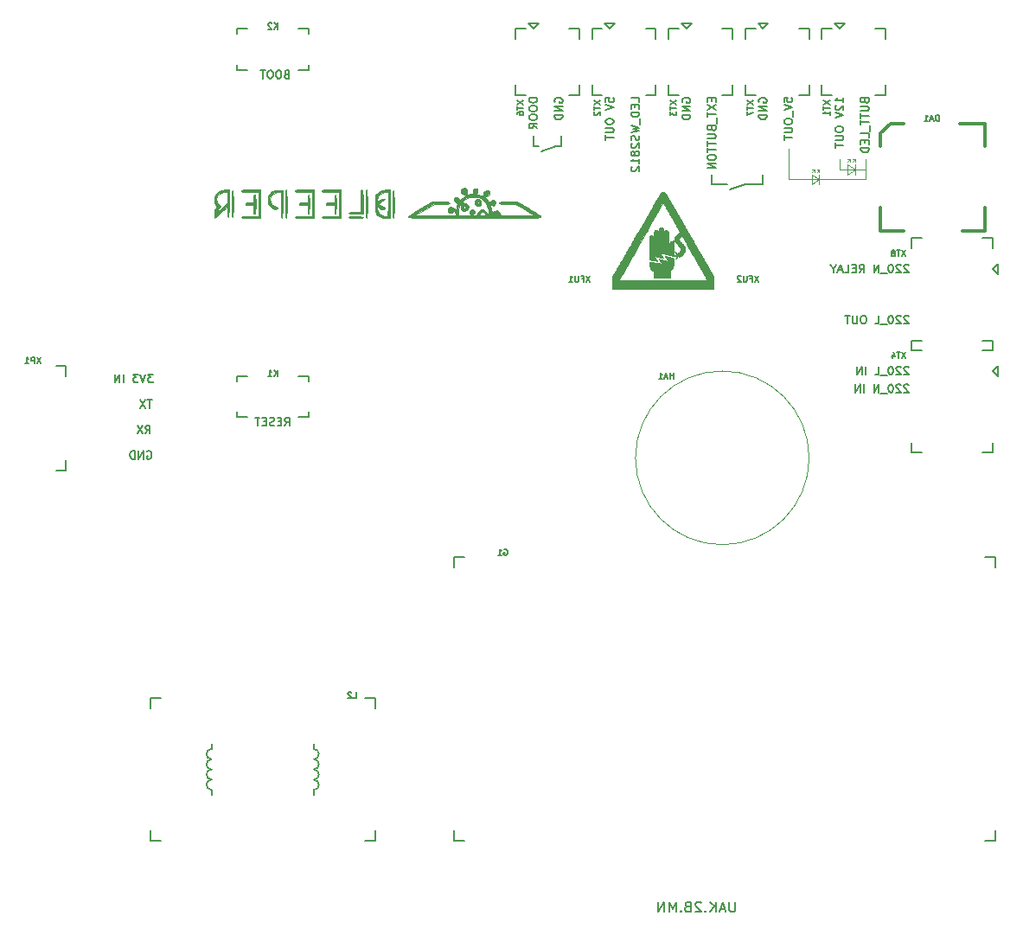
<source format=gbr>
G04 #@! TF.GenerationSoftware,KiCad,Pcbnew,(5.1.4)-1*
G04 #@! TF.CreationDate,2020-11-07T23:49:10+03:00*
G04 #@! TF.ProjectId,UAK_2,55414b5f-322e-46b6-9963-61645f706362,rev?*
G04 #@! TF.SameCoordinates,Original*
G04 #@! TF.FileFunction,Legend,Bot*
G04 #@! TF.FilePolarity,Positive*
%FSLAX46Y46*%
G04 Gerber Fmt 4.6, Leading zero omitted, Abs format (unit mm)*
G04 Created by KiCad (PCBNEW (5.1.4)-1) date 2020-11-07 23:49:10*
%MOMM*%
%LPD*%
G04 APERTURE LIST*
%ADD10C,0.120000*%
%ADD11C,0.150000*%
%ADD12C,0.010000*%
%ADD13C,0.300000*%
G04 APERTURE END LIST*
D10*
X156250000Y-65750000D02*
X156250000Y-66750000D01*
X157000000Y-65750000D02*
X157000000Y-66750000D01*
X157000000Y-66250000D02*
X156250000Y-65750000D01*
X161500000Y-66250000D02*
X161500000Y-65250000D01*
X157000000Y-65250000D02*
X157000000Y-65500000D01*
X156500000Y-65250000D02*
X156500000Y-65500000D01*
X156500000Y-65250000D02*
X156250000Y-65250000D01*
X156250000Y-65500000D02*
X156500000Y-65250000D01*
X157000000Y-65250000D02*
X156750000Y-65250000D01*
X156750000Y-65500000D02*
X157000000Y-65250000D01*
X154000000Y-66250000D02*
X161500000Y-66250000D01*
X156250000Y-66750000D02*
X157000000Y-66250000D01*
X154000000Y-66250000D02*
X154000000Y-63250000D01*
X159000000Y-65250000D02*
X159000000Y-64250000D01*
X161500000Y-65250000D02*
X161500000Y-64250000D01*
X160000000Y-64250000D02*
X160000000Y-64500000D01*
X160000000Y-64250000D02*
X159750000Y-64250000D01*
X159750000Y-64500000D02*
X160000000Y-64250000D01*
X160500000Y-64250000D02*
X160500000Y-64500000D01*
X160500000Y-64250000D02*
X160250000Y-64250000D01*
X160250000Y-64500000D02*
X160500000Y-64250000D01*
X159000000Y-65250000D02*
X161500000Y-65250000D01*
X160500000Y-64750000D02*
X160500000Y-65750000D01*
X160500000Y-65250000D02*
X159750000Y-64750000D01*
X159750000Y-65750000D02*
X160500000Y-65250000D01*
X159750000Y-64750000D02*
X159750000Y-65750000D01*
D11*
X151500000Y-66750000D02*
X149750000Y-66750000D01*
X149750000Y-66750000D02*
X148250000Y-67250000D01*
X151500000Y-65750000D02*
X151500000Y-66750000D01*
X146500000Y-65750000D02*
X146500000Y-66750000D01*
X146500000Y-66750000D02*
X148000000Y-66750000D01*
X131250000Y-63000000D02*
X129750000Y-63500000D01*
X131750000Y-63000000D02*
X131250000Y-63000000D01*
X131750000Y-62000000D02*
X131750000Y-63000000D01*
X129000000Y-63000000D02*
X129500000Y-63000000D01*
X129000000Y-62000000D02*
X129000000Y-63000000D01*
X91011785Y-91111904D02*
X91278452Y-90730952D01*
X91468928Y-91111904D02*
X91468928Y-90311904D01*
X91164166Y-90311904D01*
X91087976Y-90350000D01*
X91049880Y-90388095D01*
X91011785Y-90464285D01*
X91011785Y-90578571D01*
X91049880Y-90654761D01*
X91087976Y-90692857D01*
X91164166Y-90730952D01*
X91468928Y-90730952D01*
X90745119Y-90311904D02*
X90211785Y-91111904D01*
X90211785Y-90311904D02*
X90745119Y-91111904D01*
X91642738Y-87811904D02*
X91185595Y-87811904D01*
X91414166Y-88611904D02*
X91414166Y-87811904D01*
X90995119Y-87811904D02*
X90461785Y-88611904D01*
X90461785Y-87811904D02*
X90995119Y-88611904D01*
X91771309Y-85311904D02*
X91276071Y-85311904D01*
X91542738Y-85616666D01*
X91428452Y-85616666D01*
X91352261Y-85654761D01*
X91314166Y-85692857D01*
X91276071Y-85769047D01*
X91276071Y-85959523D01*
X91314166Y-86035714D01*
X91352261Y-86073809D01*
X91428452Y-86111904D01*
X91657023Y-86111904D01*
X91733214Y-86073809D01*
X91771309Y-86035714D01*
X91047500Y-85311904D02*
X90780833Y-86111904D01*
X90514166Y-85311904D01*
X90323690Y-85311904D02*
X89828452Y-85311904D01*
X90095119Y-85616666D01*
X89980833Y-85616666D01*
X89904642Y-85654761D01*
X89866547Y-85692857D01*
X89828452Y-85769047D01*
X89828452Y-85959523D01*
X89866547Y-86035714D01*
X89904642Y-86073809D01*
X89980833Y-86111904D01*
X90209404Y-86111904D01*
X90285595Y-86073809D01*
X90323690Y-86035714D01*
X88876071Y-86111904D02*
X88876071Y-85311904D01*
X88495119Y-86111904D02*
X88495119Y-85311904D01*
X88037976Y-86111904D01*
X88037976Y-85311904D01*
X91176071Y-92850000D02*
X91252261Y-92811904D01*
X91366547Y-92811904D01*
X91480833Y-92850000D01*
X91557023Y-92926190D01*
X91595119Y-93002380D01*
X91633214Y-93154761D01*
X91633214Y-93269047D01*
X91595119Y-93421428D01*
X91557023Y-93497619D01*
X91480833Y-93573809D01*
X91366547Y-93611904D01*
X91290357Y-93611904D01*
X91176071Y-93573809D01*
X91137976Y-93535714D01*
X91137976Y-93269047D01*
X91290357Y-93269047D01*
X90795119Y-93611904D02*
X90795119Y-92811904D01*
X90337976Y-93611904D01*
X90337976Y-92811904D01*
X89957023Y-93611904D02*
X89957023Y-92811904D01*
X89766547Y-92811904D01*
X89652261Y-92850000D01*
X89576071Y-92926190D01*
X89537976Y-93002380D01*
X89499880Y-93154761D01*
X89499880Y-93269047D01*
X89537976Y-93421428D01*
X89576071Y-93497619D01*
X89652261Y-93573809D01*
X89766547Y-93611904D01*
X89957023Y-93611904D01*
X165750119Y-86388095D02*
X165712023Y-86350000D01*
X165635833Y-86311904D01*
X165445357Y-86311904D01*
X165369166Y-86350000D01*
X165331071Y-86388095D01*
X165292976Y-86464285D01*
X165292976Y-86540476D01*
X165331071Y-86654761D01*
X165788214Y-87111904D01*
X165292976Y-87111904D01*
X164988214Y-86388095D02*
X164950119Y-86350000D01*
X164873928Y-86311904D01*
X164683452Y-86311904D01*
X164607261Y-86350000D01*
X164569166Y-86388095D01*
X164531071Y-86464285D01*
X164531071Y-86540476D01*
X164569166Y-86654761D01*
X165026309Y-87111904D01*
X164531071Y-87111904D01*
X164035833Y-86311904D02*
X163959642Y-86311904D01*
X163883452Y-86350000D01*
X163845357Y-86388095D01*
X163807261Y-86464285D01*
X163769166Y-86616666D01*
X163769166Y-86807142D01*
X163807261Y-86959523D01*
X163845357Y-87035714D01*
X163883452Y-87073809D01*
X163959642Y-87111904D01*
X164035833Y-87111904D01*
X164112023Y-87073809D01*
X164150119Y-87035714D01*
X164188214Y-86959523D01*
X164226309Y-86807142D01*
X164226309Y-86616666D01*
X164188214Y-86464285D01*
X164150119Y-86388095D01*
X164112023Y-86350000D01*
X164035833Y-86311904D01*
X163616785Y-87188095D02*
X163007261Y-87188095D01*
X162816785Y-87111904D02*
X162816785Y-86311904D01*
X162359642Y-87111904D01*
X162359642Y-86311904D01*
X161369166Y-87111904D02*
X161369166Y-86311904D01*
X160988214Y-87111904D02*
X160988214Y-86311904D01*
X160531071Y-87111904D01*
X160531071Y-86311904D01*
X165750119Y-84638095D02*
X165712023Y-84600000D01*
X165635833Y-84561904D01*
X165445357Y-84561904D01*
X165369166Y-84600000D01*
X165331071Y-84638095D01*
X165292976Y-84714285D01*
X165292976Y-84790476D01*
X165331071Y-84904761D01*
X165788214Y-85361904D01*
X165292976Y-85361904D01*
X164988214Y-84638095D02*
X164950119Y-84600000D01*
X164873928Y-84561904D01*
X164683452Y-84561904D01*
X164607261Y-84600000D01*
X164569166Y-84638095D01*
X164531071Y-84714285D01*
X164531071Y-84790476D01*
X164569166Y-84904761D01*
X165026309Y-85361904D01*
X164531071Y-85361904D01*
X164035833Y-84561904D02*
X163959642Y-84561904D01*
X163883452Y-84600000D01*
X163845357Y-84638095D01*
X163807261Y-84714285D01*
X163769166Y-84866666D01*
X163769166Y-85057142D01*
X163807261Y-85209523D01*
X163845357Y-85285714D01*
X163883452Y-85323809D01*
X163959642Y-85361904D01*
X164035833Y-85361904D01*
X164112023Y-85323809D01*
X164150119Y-85285714D01*
X164188214Y-85209523D01*
X164226309Y-85057142D01*
X164226309Y-84866666D01*
X164188214Y-84714285D01*
X164150119Y-84638095D01*
X164112023Y-84600000D01*
X164035833Y-84561904D01*
X163616785Y-85438095D02*
X163007261Y-85438095D01*
X162435833Y-85361904D02*
X162816785Y-85361904D01*
X162816785Y-84561904D01*
X161559642Y-85361904D02*
X161559642Y-84561904D01*
X161178690Y-85361904D02*
X161178690Y-84561904D01*
X160721547Y-85361904D01*
X160721547Y-84561904D01*
X165750119Y-79638095D02*
X165712023Y-79600000D01*
X165635833Y-79561904D01*
X165445357Y-79561904D01*
X165369166Y-79600000D01*
X165331071Y-79638095D01*
X165292976Y-79714285D01*
X165292976Y-79790476D01*
X165331071Y-79904761D01*
X165788214Y-80361904D01*
X165292976Y-80361904D01*
X164988214Y-79638095D02*
X164950119Y-79600000D01*
X164873928Y-79561904D01*
X164683452Y-79561904D01*
X164607261Y-79600000D01*
X164569166Y-79638095D01*
X164531071Y-79714285D01*
X164531071Y-79790476D01*
X164569166Y-79904761D01*
X165026309Y-80361904D01*
X164531071Y-80361904D01*
X164035833Y-79561904D02*
X163959642Y-79561904D01*
X163883452Y-79600000D01*
X163845357Y-79638095D01*
X163807261Y-79714285D01*
X163769166Y-79866666D01*
X163769166Y-80057142D01*
X163807261Y-80209523D01*
X163845357Y-80285714D01*
X163883452Y-80323809D01*
X163959642Y-80361904D01*
X164035833Y-80361904D01*
X164112023Y-80323809D01*
X164150119Y-80285714D01*
X164188214Y-80209523D01*
X164226309Y-80057142D01*
X164226309Y-79866666D01*
X164188214Y-79714285D01*
X164150119Y-79638095D01*
X164112023Y-79600000D01*
X164035833Y-79561904D01*
X163616785Y-80438095D02*
X163007261Y-80438095D01*
X162435833Y-80361904D02*
X162816785Y-80361904D01*
X162816785Y-79561904D01*
X161407261Y-79561904D02*
X161254880Y-79561904D01*
X161178690Y-79600000D01*
X161102500Y-79676190D01*
X161064404Y-79828571D01*
X161064404Y-80095238D01*
X161102500Y-80247619D01*
X161178690Y-80323809D01*
X161254880Y-80361904D01*
X161407261Y-80361904D01*
X161483452Y-80323809D01*
X161559642Y-80247619D01*
X161597738Y-80095238D01*
X161597738Y-79828571D01*
X161559642Y-79676190D01*
X161483452Y-79600000D01*
X161407261Y-79561904D01*
X160721547Y-79561904D02*
X160721547Y-80209523D01*
X160683452Y-80285714D01*
X160645357Y-80323809D01*
X160569166Y-80361904D01*
X160416785Y-80361904D01*
X160340595Y-80323809D01*
X160302500Y-80285714D01*
X160264404Y-80209523D01*
X160264404Y-79561904D01*
X159997738Y-79561904D02*
X159540595Y-79561904D01*
X159769166Y-80361904D02*
X159769166Y-79561904D01*
X165750119Y-74638095D02*
X165712023Y-74600000D01*
X165635833Y-74561904D01*
X165445357Y-74561904D01*
X165369166Y-74600000D01*
X165331071Y-74638095D01*
X165292976Y-74714285D01*
X165292976Y-74790476D01*
X165331071Y-74904761D01*
X165788214Y-75361904D01*
X165292976Y-75361904D01*
X164988214Y-74638095D02*
X164950119Y-74600000D01*
X164873928Y-74561904D01*
X164683452Y-74561904D01*
X164607261Y-74600000D01*
X164569166Y-74638095D01*
X164531071Y-74714285D01*
X164531071Y-74790476D01*
X164569166Y-74904761D01*
X165026309Y-75361904D01*
X164531071Y-75361904D01*
X164035833Y-74561904D02*
X163959642Y-74561904D01*
X163883452Y-74600000D01*
X163845357Y-74638095D01*
X163807261Y-74714285D01*
X163769166Y-74866666D01*
X163769166Y-75057142D01*
X163807261Y-75209523D01*
X163845357Y-75285714D01*
X163883452Y-75323809D01*
X163959642Y-75361904D01*
X164035833Y-75361904D01*
X164112023Y-75323809D01*
X164150119Y-75285714D01*
X164188214Y-75209523D01*
X164226309Y-75057142D01*
X164226309Y-74866666D01*
X164188214Y-74714285D01*
X164150119Y-74638095D01*
X164112023Y-74600000D01*
X164035833Y-74561904D01*
X163616785Y-75438095D02*
X163007261Y-75438095D01*
X162816785Y-75361904D02*
X162816785Y-74561904D01*
X162359642Y-75361904D01*
X162359642Y-74561904D01*
X160912023Y-75361904D02*
X161178690Y-74980952D01*
X161369166Y-75361904D02*
X161369166Y-74561904D01*
X161064404Y-74561904D01*
X160988214Y-74600000D01*
X160950119Y-74638095D01*
X160912023Y-74714285D01*
X160912023Y-74828571D01*
X160950119Y-74904761D01*
X160988214Y-74942857D01*
X161064404Y-74980952D01*
X161369166Y-74980952D01*
X160569166Y-74942857D02*
X160302500Y-74942857D01*
X160188214Y-75361904D02*
X160569166Y-75361904D01*
X160569166Y-74561904D01*
X160188214Y-74561904D01*
X159464404Y-75361904D02*
X159845357Y-75361904D01*
X159845357Y-74561904D01*
X159235833Y-75133333D02*
X158854880Y-75133333D01*
X159312023Y-75361904D02*
X159045357Y-74561904D01*
X158778690Y-75361904D01*
X158359642Y-74980952D02*
X158359642Y-75361904D01*
X158626309Y-74561904D02*
X158359642Y-74980952D01*
X158092976Y-74561904D01*
X161442857Y-58554642D02*
X161480952Y-58668928D01*
X161519047Y-58707023D01*
X161595238Y-58745119D01*
X161709523Y-58745119D01*
X161785714Y-58707023D01*
X161823809Y-58668928D01*
X161861904Y-58592738D01*
X161861904Y-58287976D01*
X161061904Y-58287976D01*
X161061904Y-58554642D01*
X161100000Y-58630833D01*
X161138095Y-58668928D01*
X161214285Y-58707023D01*
X161290476Y-58707023D01*
X161366666Y-58668928D01*
X161404761Y-58630833D01*
X161442857Y-58554642D01*
X161442857Y-58287976D01*
X161061904Y-59087976D02*
X161709523Y-59087976D01*
X161785714Y-59126071D01*
X161823809Y-59164166D01*
X161861904Y-59240357D01*
X161861904Y-59392738D01*
X161823809Y-59468928D01*
X161785714Y-59507023D01*
X161709523Y-59545119D01*
X161061904Y-59545119D01*
X161061904Y-59811785D02*
X161061904Y-60268928D01*
X161861904Y-60040357D02*
X161061904Y-60040357D01*
X161061904Y-60421309D02*
X161061904Y-60878452D01*
X161861904Y-60649880D02*
X161061904Y-60649880D01*
X161938095Y-60954642D02*
X161938095Y-61564166D01*
X161861904Y-62135595D02*
X161861904Y-61754642D01*
X161061904Y-61754642D01*
X161442857Y-62402261D02*
X161442857Y-62668928D01*
X161861904Y-62783214D02*
X161861904Y-62402261D01*
X161061904Y-62402261D01*
X161061904Y-62783214D01*
X161861904Y-63126071D02*
X161061904Y-63126071D01*
X161061904Y-63316547D01*
X161100000Y-63430833D01*
X161176190Y-63507023D01*
X161252380Y-63545119D01*
X161404761Y-63583214D01*
X161519047Y-63583214D01*
X161671428Y-63545119D01*
X161747619Y-63507023D01*
X161823809Y-63430833D01*
X161861904Y-63316547D01*
X161861904Y-63126071D01*
X159361904Y-58707023D02*
X159361904Y-58249880D01*
X159361904Y-58478452D02*
X158561904Y-58478452D01*
X158676190Y-58402261D01*
X158752380Y-58326071D01*
X158790476Y-58249880D01*
X158638095Y-59011785D02*
X158600000Y-59049880D01*
X158561904Y-59126071D01*
X158561904Y-59316547D01*
X158600000Y-59392738D01*
X158638095Y-59430833D01*
X158714285Y-59468928D01*
X158790476Y-59468928D01*
X158904761Y-59430833D01*
X159361904Y-58973690D01*
X159361904Y-59468928D01*
X158561904Y-59697500D02*
X159361904Y-59964166D01*
X158561904Y-60230833D01*
X158561904Y-61259404D02*
X158561904Y-61411785D01*
X158600000Y-61487976D01*
X158676190Y-61564166D01*
X158828571Y-61602261D01*
X159095238Y-61602261D01*
X159247619Y-61564166D01*
X159323809Y-61487976D01*
X159361904Y-61411785D01*
X159361904Y-61259404D01*
X159323809Y-61183214D01*
X159247619Y-61107023D01*
X159095238Y-61068928D01*
X158828571Y-61068928D01*
X158676190Y-61107023D01*
X158600000Y-61183214D01*
X158561904Y-61259404D01*
X158561904Y-61945119D02*
X159209523Y-61945119D01*
X159285714Y-61983214D01*
X159323809Y-62021309D01*
X159361904Y-62097500D01*
X159361904Y-62249880D01*
X159323809Y-62326071D01*
X159285714Y-62364166D01*
X159209523Y-62402261D01*
X158561904Y-62402261D01*
X158561904Y-62668928D02*
X158561904Y-63126071D01*
X159361904Y-62897500D02*
X158561904Y-62897500D01*
X153561904Y-58668928D02*
X153561904Y-58287976D01*
X153942857Y-58249880D01*
X153904761Y-58287976D01*
X153866666Y-58364166D01*
X153866666Y-58554642D01*
X153904761Y-58630833D01*
X153942857Y-58668928D01*
X154019047Y-58707023D01*
X154209523Y-58707023D01*
X154285714Y-58668928D01*
X154323809Y-58630833D01*
X154361904Y-58554642D01*
X154361904Y-58364166D01*
X154323809Y-58287976D01*
X154285714Y-58249880D01*
X153561904Y-58935595D02*
X154361904Y-59202261D01*
X153561904Y-59468928D01*
X154438095Y-59545119D02*
X154438095Y-60154642D01*
X153561904Y-60497500D02*
X153561904Y-60649880D01*
X153600000Y-60726071D01*
X153676190Y-60802261D01*
X153828571Y-60840357D01*
X154095238Y-60840357D01*
X154247619Y-60802261D01*
X154323809Y-60726071D01*
X154361904Y-60649880D01*
X154361904Y-60497500D01*
X154323809Y-60421309D01*
X154247619Y-60345119D01*
X154095238Y-60307023D01*
X153828571Y-60307023D01*
X153676190Y-60345119D01*
X153600000Y-60421309D01*
X153561904Y-60497500D01*
X153561904Y-61183214D02*
X154209523Y-61183214D01*
X154285714Y-61221309D01*
X154323809Y-61259404D01*
X154361904Y-61335595D01*
X154361904Y-61487976D01*
X154323809Y-61564166D01*
X154285714Y-61602261D01*
X154209523Y-61640357D01*
X153561904Y-61640357D01*
X153561904Y-61907023D02*
X153561904Y-62364166D01*
X154361904Y-62135595D02*
X153561904Y-62135595D01*
X146442857Y-58287976D02*
X146442857Y-58554642D01*
X146861904Y-58668928D02*
X146861904Y-58287976D01*
X146061904Y-58287976D01*
X146061904Y-58668928D01*
X146061904Y-58935595D02*
X146861904Y-59468928D01*
X146061904Y-59468928D02*
X146861904Y-58935595D01*
X146061904Y-59659404D02*
X146061904Y-60116547D01*
X146861904Y-59887976D02*
X146061904Y-59887976D01*
X146938095Y-60192738D02*
X146938095Y-60802261D01*
X146442857Y-61259404D02*
X146480952Y-61373690D01*
X146519047Y-61411785D01*
X146595238Y-61449880D01*
X146709523Y-61449880D01*
X146785714Y-61411785D01*
X146823809Y-61373690D01*
X146861904Y-61297500D01*
X146861904Y-60992738D01*
X146061904Y-60992738D01*
X146061904Y-61259404D01*
X146100000Y-61335595D01*
X146138095Y-61373690D01*
X146214285Y-61411785D01*
X146290476Y-61411785D01*
X146366666Y-61373690D01*
X146404761Y-61335595D01*
X146442857Y-61259404D01*
X146442857Y-60992738D01*
X146061904Y-61792738D02*
X146709523Y-61792738D01*
X146785714Y-61830833D01*
X146823809Y-61868928D01*
X146861904Y-61945119D01*
X146861904Y-62097500D01*
X146823809Y-62173690D01*
X146785714Y-62211785D01*
X146709523Y-62249880D01*
X146061904Y-62249880D01*
X146061904Y-62516547D02*
X146061904Y-62973690D01*
X146861904Y-62745119D02*
X146061904Y-62745119D01*
X146061904Y-63126071D02*
X146061904Y-63583214D01*
X146861904Y-63354642D02*
X146061904Y-63354642D01*
X146061904Y-64002261D02*
X146061904Y-64154642D01*
X146100000Y-64230833D01*
X146176190Y-64307023D01*
X146328571Y-64345119D01*
X146595238Y-64345119D01*
X146747619Y-64307023D01*
X146823809Y-64230833D01*
X146861904Y-64154642D01*
X146861904Y-64002261D01*
X146823809Y-63926071D01*
X146747619Y-63849880D01*
X146595238Y-63811785D01*
X146328571Y-63811785D01*
X146176190Y-63849880D01*
X146100000Y-63926071D01*
X146061904Y-64002261D01*
X146861904Y-64687976D02*
X146061904Y-64687976D01*
X146861904Y-65145119D01*
X146061904Y-65145119D01*
X136061904Y-58668928D02*
X136061904Y-58287976D01*
X136442857Y-58249880D01*
X136404761Y-58287976D01*
X136366666Y-58364166D01*
X136366666Y-58554642D01*
X136404761Y-58630833D01*
X136442857Y-58668928D01*
X136519047Y-58707023D01*
X136709523Y-58707023D01*
X136785714Y-58668928D01*
X136823809Y-58630833D01*
X136861904Y-58554642D01*
X136861904Y-58364166D01*
X136823809Y-58287976D01*
X136785714Y-58249880D01*
X136061904Y-58935595D02*
X136861904Y-59202261D01*
X136061904Y-59468928D01*
X136061904Y-60497500D02*
X136061904Y-60649880D01*
X136100000Y-60726071D01*
X136176190Y-60802261D01*
X136328571Y-60840357D01*
X136595238Y-60840357D01*
X136747619Y-60802261D01*
X136823809Y-60726071D01*
X136861904Y-60649880D01*
X136861904Y-60497500D01*
X136823809Y-60421309D01*
X136747619Y-60345119D01*
X136595238Y-60307023D01*
X136328571Y-60307023D01*
X136176190Y-60345119D01*
X136100000Y-60421309D01*
X136061904Y-60497500D01*
X136061904Y-61183214D02*
X136709523Y-61183214D01*
X136785714Y-61221309D01*
X136823809Y-61259404D01*
X136861904Y-61335595D01*
X136861904Y-61487976D01*
X136823809Y-61564166D01*
X136785714Y-61602261D01*
X136709523Y-61640357D01*
X136061904Y-61640357D01*
X136061904Y-61907023D02*
X136061904Y-62364166D01*
X136861904Y-62135595D02*
X136061904Y-62135595D01*
X151100000Y-58707023D02*
X151061904Y-58630833D01*
X151061904Y-58516547D01*
X151100000Y-58402261D01*
X151176190Y-58326071D01*
X151252380Y-58287976D01*
X151404761Y-58249880D01*
X151519047Y-58249880D01*
X151671428Y-58287976D01*
X151747619Y-58326071D01*
X151823809Y-58402261D01*
X151861904Y-58516547D01*
X151861904Y-58592738D01*
X151823809Y-58707023D01*
X151785714Y-58745119D01*
X151519047Y-58745119D01*
X151519047Y-58592738D01*
X151861904Y-59087976D02*
X151061904Y-59087976D01*
X151861904Y-59545119D01*
X151061904Y-59545119D01*
X151861904Y-59926071D02*
X151061904Y-59926071D01*
X151061904Y-60116547D01*
X151100000Y-60230833D01*
X151176190Y-60307023D01*
X151252380Y-60345119D01*
X151404761Y-60383214D01*
X151519047Y-60383214D01*
X151671428Y-60345119D01*
X151747619Y-60307023D01*
X151823809Y-60230833D01*
X151861904Y-60116547D01*
X151861904Y-59926071D01*
X143600000Y-58707023D02*
X143561904Y-58630833D01*
X143561904Y-58516547D01*
X143600000Y-58402261D01*
X143676190Y-58326071D01*
X143752380Y-58287976D01*
X143904761Y-58249880D01*
X144019047Y-58249880D01*
X144171428Y-58287976D01*
X144247619Y-58326071D01*
X144323809Y-58402261D01*
X144361904Y-58516547D01*
X144361904Y-58592738D01*
X144323809Y-58707023D01*
X144285714Y-58745119D01*
X144019047Y-58745119D01*
X144019047Y-58592738D01*
X144361904Y-59087976D02*
X143561904Y-59087976D01*
X144361904Y-59545119D01*
X143561904Y-59545119D01*
X144361904Y-59926071D02*
X143561904Y-59926071D01*
X143561904Y-60116547D01*
X143600000Y-60230833D01*
X143676190Y-60307023D01*
X143752380Y-60345119D01*
X143904761Y-60383214D01*
X144019047Y-60383214D01*
X144171428Y-60345119D01*
X144247619Y-60307023D01*
X144323809Y-60230833D01*
X144361904Y-60116547D01*
X144361904Y-59926071D01*
X139361904Y-58668928D02*
X139361904Y-58287976D01*
X138561904Y-58287976D01*
X138942857Y-58935595D02*
X138942857Y-59202261D01*
X139361904Y-59316547D02*
X139361904Y-58935595D01*
X138561904Y-58935595D01*
X138561904Y-59316547D01*
X139361904Y-59659404D02*
X138561904Y-59659404D01*
X138561904Y-59849880D01*
X138600000Y-59964166D01*
X138676190Y-60040357D01*
X138752380Y-60078452D01*
X138904761Y-60116547D01*
X139019047Y-60116547D01*
X139171428Y-60078452D01*
X139247619Y-60040357D01*
X139323809Y-59964166D01*
X139361904Y-59849880D01*
X139361904Y-59659404D01*
X139438095Y-60268928D02*
X139438095Y-60878452D01*
X138561904Y-60992738D02*
X139361904Y-61183214D01*
X138790476Y-61335595D01*
X139361904Y-61487976D01*
X138561904Y-61678452D01*
X139323809Y-61945119D02*
X139361904Y-62059404D01*
X139361904Y-62249880D01*
X139323809Y-62326071D01*
X139285714Y-62364166D01*
X139209523Y-62402261D01*
X139133333Y-62402261D01*
X139057142Y-62364166D01*
X139019047Y-62326071D01*
X138980952Y-62249880D01*
X138942857Y-62097500D01*
X138904761Y-62021309D01*
X138866666Y-61983214D01*
X138790476Y-61945119D01*
X138714285Y-61945119D01*
X138638095Y-61983214D01*
X138600000Y-62021309D01*
X138561904Y-62097500D01*
X138561904Y-62287976D01*
X138600000Y-62402261D01*
X138638095Y-62707023D02*
X138600000Y-62745119D01*
X138561904Y-62821309D01*
X138561904Y-63011785D01*
X138600000Y-63087976D01*
X138638095Y-63126071D01*
X138714285Y-63164166D01*
X138790476Y-63164166D01*
X138904761Y-63126071D01*
X139361904Y-62668928D01*
X139361904Y-63164166D01*
X138904761Y-63621309D02*
X138866666Y-63545119D01*
X138828571Y-63507023D01*
X138752380Y-63468928D01*
X138714285Y-63468928D01*
X138638095Y-63507023D01*
X138600000Y-63545119D01*
X138561904Y-63621309D01*
X138561904Y-63773690D01*
X138600000Y-63849880D01*
X138638095Y-63887976D01*
X138714285Y-63926071D01*
X138752380Y-63926071D01*
X138828571Y-63887976D01*
X138866666Y-63849880D01*
X138904761Y-63773690D01*
X138904761Y-63621309D01*
X138942857Y-63545119D01*
X138980952Y-63507023D01*
X139057142Y-63468928D01*
X139209523Y-63468928D01*
X139285714Y-63507023D01*
X139323809Y-63545119D01*
X139361904Y-63621309D01*
X139361904Y-63773690D01*
X139323809Y-63849880D01*
X139285714Y-63887976D01*
X139209523Y-63926071D01*
X139057142Y-63926071D01*
X138980952Y-63887976D01*
X138942857Y-63849880D01*
X138904761Y-63773690D01*
X139361904Y-64687976D02*
X139361904Y-64230833D01*
X139361904Y-64459404D02*
X138561904Y-64459404D01*
X138676190Y-64383214D01*
X138752380Y-64307023D01*
X138790476Y-64230833D01*
X138638095Y-64992738D02*
X138600000Y-65030833D01*
X138561904Y-65107023D01*
X138561904Y-65297500D01*
X138600000Y-65373690D01*
X138638095Y-65411785D01*
X138714285Y-65449880D01*
X138790476Y-65449880D01*
X138904761Y-65411785D01*
X139361904Y-64954642D01*
X139361904Y-65449880D01*
X129361904Y-58287976D02*
X128561904Y-58287976D01*
X128561904Y-58478452D01*
X128600000Y-58592738D01*
X128676190Y-58668928D01*
X128752380Y-58707023D01*
X128904761Y-58745119D01*
X129019047Y-58745119D01*
X129171428Y-58707023D01*
X129247619Y-58668928D01*
X129323809Y-58592738D01*
X129361904Y-58478452D01*
X129361904Y-58287976D01*
X128561904Y-59240357D02*
X128561904Y-59392738D01*
X128600000Y-59468928D01*
X128676190Y-59545119D01*
X128828571Y-59583214D01*
X129095238Y-59583214D01*
X129247619Y-59545119D01*
X129323809Y-59468928D01*
X129361904Y-59392738D01*
X129361904Y-59240357D01*
X129323809Y-59164166D01*
X129247619Y-59087976D01*
X129095238Y-59049880D01*
X128828571Y-59049880D01*
X128676190Y-59087976D01*
X128600000Y-59164166D01*
X128561904Y-59240357D01*
X128561904Y-60078452D02*
X128561904Y-60230833D01*
X128600000Y-60307023D01*
X128676190Y-60383214D01*
X128828571Y-60421309D01*
X129095238Y-60421309D01*
X129247619Y-60383214D01*
X129323809Y-60307023D01*
X129361904Y-60230833D01*
X129361904Y-60078452D01*
X129323809Y-60002261D01*
X129247619Y-59926071D01*
X129095238Y-59887976D01*
X128828571Y-59887976D01*
X128676190Y-59926071D01*
X128600000Y-60002261D01*
X128561904Y-60078452D01*
X129361904Y-61221309D02*
X128980952Y-60954642D01*
X129361904Y-60764166D02*
X128561904Y-60764166D01*
X128561904Y-61068928D01*
X128600000Y-61145119D01*
X128638095Y-61183214D01*
X128714285Y-61221309D01*
X128828571Y-61221309D01*
X128904761Y-61183214D01*
X128942857Y-61145119D01*
X128980952Y-61068928D01*
X128980952Y-60764166D01*
X131100000Y-58707023D02*
X131061904Y-58630833D01*
X131061904Y-58516547D01*
X131100000Y-58402261D01*
X131176190Y-58326071D01*
X131252380Y-58287976D01*
X131404761Y-58249880D01*
X131519047Y-58249880D01*
X131671428Y-58287976D01*
X131747619Y-58326071D01*
X131823809Y-58402261D01*
X131861904Y-58516547D01*
X131861904Y-58592738D01*
X131823809Y-58707023D01*
X131785714Y-58745119D01*
X131519047Y-58745119D01*
X131519047Y-58592738D01*
X131861904Y-59087976D02*
X131061904Y-59087976D01*
X131861904Y-59545119D01*
X131061904Y-59545119D01*
X131861904Y-59926071D02*
X131061904Y-59926071D01*
X131061904Y-60116547D01*
X131100000Y-60230833D01*
X131176190Y-60307023D01*
X131252380Y-60345119D01*
X131404761Y-60383214D01*
X131519047Y-60383214D01*
X131671428Y-60345119D01*
X131747619Y-60307023D01*
X131823809Y-60230833D01*
X131861904Y-60116547D01*
X131861904Y-59926071D01*
X104835714Y-55942857D02*
X104721428Y-55980952D01*
X104683333Y-56019047D01*
X104645238Y-56095238D01*
X104645238Y-56209523D01*
X104683333Y-56285714D01*
X104721428Y-56323809D01*
X104797619Y-56361904D01*
X105102380Y-56361904D01*
X105102380Y-55561904D01*
X104835714Y-55561904D01*
X104759523Y-55600000D01*
X104721428Y-55638095D01*
X104683333Y-55714285D01*
X104683333Y-55790476D01*
X104721428Y-55866666D01*
X104759523Y-55904761D01*
X104835714Y-55942857D01*
X105102380Y-55942857D01*
X104150000Y-55561904D02*
X103997619Y-55561904D01*
X103921428Y-55600000D01*
X103845238Y-55676190D01*
X103807142Y-55828571D01*
X103807142Y-56095238D01*
X103845238Y-56247619D01*
X103921428Y-56323809D01*
X103997619Y-56361904D01*
X104150000Y-56361904D01*
X104226190Y-56323809D01*
X104302380Y-56247619D01*
X104340476Y-56095238D01*
X104340476Y-55828571D01*
X104302380Y-55676190D01*
X104226190Y-55600000D01*
X104150000Y-55561904D01*
X103311904Y-55561904D02*
X103159523Y-55561904D01*
X103083333Y-55600000D01*
X103007142Y-55676190D01*
X102969047Y-55828571D01*
X102969047Y-56095238D01*
X103007142Y-56247619D01*
X103083333Y-56323809D01*
X103159523Y-56361904D01*
X103311904Y-56361904D01*
X103388095Y-56323809D01*
X103464285Y-56247619D01*
X103502380Y-56095238D01*
X103502380Y-55828571D01*
X103464285Y-55676190D01*
X103388095Y-55600000D01*
X103311904Y-55561904D01*
X102740476Y-55561904D02*
X102283333Y-55561904D01*
X102511904Y-56361904D02*
X102511904Y-55561904D01*
X104661904Y-90361904D02*
X104928571Y-89980952D01*
X105119047Y-90361904D02*
X105119047Y-89561904D01*
X104814285Y-89561904D01*
X104738095Y-89600000D01*
X104700000Y-89638095D01*
X104661904Y-89714285D01*
X104661904Y-89828571D01*
X104700000Y-89904761D01*
X104738095Y-89942857D01*
X104814285Y-89980952D01*
X105119047Y-89980952D01*
X104319047Y-89942857D02*
X104052380Y-89942857D01*
X103938095Y-90361904D02*
X104319047Y-90361904D01*
X104319047Y-89561904D01*
X103938095Y-89561904D01*
X103633333Y-90323809D02*
X103519047Y-90361904D01*
X103328571Y-90361904D01*
X103252380Y-90323809D01*
X103214285Y-90285714D01*
X103176190Y-90209523D01*
X103176190Y-90133333D01*
X103214285Y-90057142D01*
X103252380Y-90019047D01*
X103328571Y-89980952D01*
X103480952Y-89942857D01*
X103557142Y-89904761D01*
X103595238Y-89866666D01*
X103633333Y-89790476D01*
X103633333Y-89714285D01*
X103595238Y-89638095D01*
X103557142Y-89600000D01*
X103480952Y-89561904D01*
X103290476Y-89561904D01*
X103176190Y-89600000D01*
X102833333Y-89942857D02*
X102566666Y-89942857D01*
X102452380Y-90361904D02*
X102833333Y-90361904D01*
X102833333Y-89561904D01*
X102452380Y-89561904D01*
X102223809Y-89561904D02*
X101766666Y-89561904D01*
X101995238Y-90361904D02*
X101995238Y-89561904D01*
X148761904Y-136952380D02*
X148761904Y-137761904D01*
X148714285Y-137857142D01*
X148666666Y-137904761D01*
X148571428Y-137952380D01*
X148380952Y-137952380D01*
X148285714Y-137904761D01*
X148238095Y-137857142D01*
X148190476Y-137761904D01*
X148190476Y-136952380D01*
X147761904Y-137666666D02*
X147285714Y-137666666D01*
X147857142Y-137952380D02*
X147523809Y-136952380D01*
X147190476Y-137952380D01*
X146857142Y-137952380D02*
X146857142Y-136952380D01*
X146285714Y-137952380D02*
X146714285Y-137380952D01*
X146285714Y-136952380D02*
X146857142Y-137523809D01*
X145857142Y-137857142D02*
X145809523Y-137904761D01*
X145857142Y-137952380D01*
X145904761Y-137904761D01*
X145857142Y-137857142D01*
X145857142Y-137952380D01*
X145428571Y-137047619D02*
X145380952Y-137000000D01*
X145285714Y-136952380D01*
X145047619Y-136952380D01*
X144952380Y-137000000D01*
X144904761Y-137047619D01*
X144857142Y-137142857D01*
X144857142Y-137238095D01*
X144904761Y-137380952D01*
X145476190Y-137952380D01*
X144857142Y-137952380D01*
X144095238Y-137428571D02*
X143952380Y-137476190D01*
X143904761Y-137523809D01*
X143857142Y-137619047D01*
X143857142Y-137761904D01*
X143904761Y-137857142D01*
X143952380Y-137904761D01*
X144047619Y-137952380D01*
X144428571Y-137952380D01*
X144428571Y-136952380D01*
X144095238Y-136952380D01*
X144000000Y-137000000D01*
X143952380Y-137047619D01*
X143904761Y-137142857D01*
X143904761Y-137238095D01*
X143952380Y-137333333D01*
X144000000Y-137380952D01*
X144095238Y-137428571D01*
X144428571Y-137428571D01*
X143428571Y-137857142D02*
X143380952Y-137904761D01*
X143428571Y-137952380D01*
X143476190Y-137904761D01*
X143428571Y-137857142D01*
X143428571Y-137952380D01*
X142952380Y-137952380D02*
X142952380Y-136952380D01*
X142619047Y-137666666D01*
X142285714Y-136952380D01*
X142285714Y-137952380D01*
X141809523Y-137952380D02*
X141809523Y-136952380D01*
X141238095Y-137952380D01*
X141238095Y-136952380D01*
D10*
X156000000Y-93500000D02*
G75*
G03X156000000Y-93500000I-8500000J0D01*
G01*
D11*
X83250000Y-94750000D02*
X83250000Y-93750000D01*
X83250000Y-94750000D02*
X82250000Y-94750000D01*
X83250000Y-84500000D02*
X83250000Y-85500000D01*
X83250000Y-84500000D02*
X82250000Y-84500000D01*
D12*
G36*
X141457465Y-70923986D02*
G01*
X141425004Y-70934957D01*
X141384480Y-70964721D01*
X141347190Y-71007055D01*
X141320309Y-71053186D01*
X141314143Y-71070502D01*
X141311854Y-71090228D01*
X141309815Y-71132012D01*
X141308026Y-71195825D01*
X141306487Y-71281640D01*
X141305197Y-71389427D01*
X141304158Y-71519160D01*
X141303370Y-71670810D01*
X141302833Y-71844349D01*
X141302547Y-72039750D01*
X141302497Y-72164108D01*
X141302435Y-73216000D01*
X141236658Y-73216000D01*
X141233655Y-72279250D01*
X141230652Y-71342501D01*
X141204040Y-71303667D01*
X141158035Y-71254384D01*
X141101166Y-71221567D01*
X141038003Y-71206826D01*
X140973118Y-71211772D01*
X140956581Y-71216465D01*
X140916279Y-71238731D01*
X140876929Y-71275314D01*
X140844981Y-71319140D01*
X140828362Y-71357153D01*
X140825868Y-71377626D01*
X140823671Y-71420028D01*
X140821771Y-71484379D01*
X140820167Y-71570698D01*
X140818859Y-71679005D01*
X140817847Y-71809320D01*
X140817131Y-71961664D01*
X140816710Y-72136055D01*
X140816584Y-72307674D01*
X140816522Y-73216000D01*
X140739218Y-73216000D01*
X140739218Y-72554110D01*
X140739012Y-72390327D01*
X140738396Y-72248498D01*
X140737369Y-72128642D01*
X140735933Y-72030778D01*
X140734086Y-71954927D01*
X140731830Y-71901109D01*
X140729165Y-71869342D01*
X140727472Y-71861132D01*
X140696369Y-71808514D01*
X140649657Y-71768334D01*
X140591587Y-71743365D01*
X140535987Y-71736174D01*
X140469102Y-71744537D01*
X140415071Y-71770447D01*
X140371878Y-71815138D01*
X140351621Y-71848929D01*
X140348182Y-71856286D01*
X140345140Y-71865020D01*
X140342471Y-71876456D01*
X140340149Y-71891915D01*
X140338152Y-71912720D01*
X140336454Y-71940194D01*
X140335031Y-71975659D01*
X140333859Y-72020438D01*
X140332915Y-72075853D01*
X140332173Y-72143227D01*
X140331609Y-72223882D01*
X140331199Y-72319142D01*
X140330919Y-72430328D01*
X140330744Y-72558764D01*
X140330650Y-72705771D01*
X140330614Y-72872673D01*
X140330609Y-72993946D01*
X140330625Y-73174740D01*
X140330688Y-73334723D01*
X140330819Y-73475169D01*
X140331042Y-73597354D01*
X140331378Y-73702553D01*
X140331850Y-73792041D01*
X140332479Y-73867094D01*
X140333289Y-73928986D01*
X140334301Y-73978994D01*
X140335537Y-74018392D01*
X140337019Y-74048455D01*
X140338771Y-74070460D01*
X140340813Y-74085680D01*
X140343169Y-74095392D01*
X140345860Y-74100870D01*
X140348908Y-74103390D01*
X140349935Y-74103772D01*
X140366301Y-74107225D01*
X140401170Y-74113606D01*
X140451427Y-74122402D01*
X140513957Y-74133100D01*
X140585649Y-74145189D01*
X140663387Y-74158156D01*
X140744058Y-74171488D01*
X140824549Y-74184673D01*
X140901744Y-74197198D01*
X140972531Y-74208551D01*
X141033796Y-74218220D01*
X141082424Y-74225691D01*
X141115302Y-74230452D01*
X141129039Y-74232000D01*
X141142346Y-74228052D01*
X141138221Y-74212949D01*
X141138072Y-74212674D01*
X141127454Y-74195806D01*
X141107251Y-74165789D01*
X141080736Y-74127432D01*
X141061079Y-74099478D01*
X141027933Y-74052612D01*
X140994660Y-74005481D01*
X140966429Y-73965409D01*
X140955876Y-73950391D01*
X140931261Y-73915440D01*
X140899484Y-73870503D01*
X140866207Y-73823581D01*
X140855609Y-73808671D01*
X140794083Y-73722168D01*
X140830151Y-73729383D01*
X140863935Y-73737319D01*
X140904202Y-73748314D01*
X140915913Y-73751805D01*
X140950073Y-73761709D01*
X141001665Y-73775966D01*
X141066724Y-73793542D01*
X141141288Y-73813401D01*
X141221391Y-73834506D01*
X141303069Y-73855822D01*
X141382357Y-73876314D01*
X141455292Y-73894946D01*
X141517909Y-73910682D01*
X141566244Y-73922486D01*
X141591363Y-73928272D01*
X141632409Y-73937243D01*
X141664060Y-73943157D01*
X141686036Y-73944264D01*
X141698056Y-73938817D01*
X141699839Y-73925068D01*
X141691104Y-73901268D01*
X141671570Y-73865670D01*
X141640956Y-73816525D01*
X141598981Y-73752086D01*
X141551427Y-73679826D01*
X141507718Y-73612712D01*
X141468863Y-73551792D01*
X141436298Y-73499420D01*
X141411458Y-73457952D01*
X141395779Y-73429741D01*
X141390697Y-73417143D01*
X141390984Y-73416725D01*
X141405720Y-73417698D01*
X141436139Y-73423390D01*
X141476621Y-73432696D01*
X141492627Y-73436731D01*
X141630656Y-73472350D01*
X141748850Y-73502873D01*
X141848763Y-73528701D01*
X141931953Y-73550239D01*
X141999975Y-73567887D01*
X142054385Y-73582049D01*
X142075479Y-73587559D01*
X142170857Y-73612417D01*
X142272579Y-73638780D01*
X142374477Y-73665058D01*
X142470385Y-73689663D01*
X142554136Y-73711007D01*
X142589000Y-73719827D01*
X142637366Y-73732079D01*
X142679110Y-73742757D01*
X142708662Y-73750429D01*
X142718761Y-73753146D01*
X142722547Y-73753285D01*
X142725805Y-73750384D01*
X142728574Y-73742918D01*
X142730894Y-73729361D01*
X142732805Y-73708190D01*
X142734345Y-73677878D01*
X142735555Y-73636902D01*
X142736474Y-73583735D01*
X142737141Y-73516853D01*
X142737596Y-73434730D01*
X142737878Y-73335843D01*
X142738027Y-73218665D01*
X142738082Y-73081671D01*
X142738087Y-73006918D01*
X142738087Y-72255217D01*
X142679353Y-72255217D01*
X142586218Y-72265280D01*
X142502468Y-72295207D01*
X142428680Y-72344608D01*
X142365434Y-72413092D01*
X142313308Y-72500268D01*
X142311672Y-72503695D01*
X142304203Y-72520066D01*
X142298310Y-72535875D01*
X142293806Y-72553864D01*
X142290502Y-72576777D01*
X142288211Y-72607356D01*
X142286745Y-72648343D01*
X142285917Y-72702481D01*
X142285539Y-72772512D01*
X142285423Y-72861178D01*
X142285413Y-72887456D01*
X142285338Y-72981160D01*
X142285078Y-73055113D01*
X142284475Y-73111651D01*
X142283370Y-73153110D01*
X142281606Y-73181826D01*
X142279026Y-73200135D01*
X142275471Y-73210373D01*
X142270784Y-73214876D01*
X142264806Y-73215981D01*
X142263218Y-73216000D01*
X142240942Y-73216002D01*
X142232848Y-73216004D01*
X142231532Y-73205229D01*
X142230152Y-73173972D01*
X142228733Y-73123839D01*
X142227298Y-73056435D01*
X142225871Y-72973366D01*
X142224475Y-72876236D01*
X142223134Y-72766652D01*
X142221873Y-72646218D01*
X142220713Y-72516539D01*
X142219680Y-72379222D01*
X142219044Y-72279257D01*
X142213522Y-71342505D01*
X142182422Y-71295516D01*
X142139638Y-71249355D01*
X142086070Y-71219467D01*
X142026450Y-71206405D01*
X141965511Y-71210723D01*
X141907986Y-71232975D01*
X141872575Y-71259246D01*
X141860880Y-71269915D01*
X141850619Y-71279611D01*
X141841688Y-71289769D01*
X141833986Y-71301828D01*
X141827412Y-71317225D01*
X141821863Y-71337397D01*
X141817239Y-71363782D01*
X141813437Y-71397816D01*
X141810355Y-71440938D01*
X141807893Y-71494584D01*
X141805947Y-71560193D01*
X141804417Y-71639200D01*
X141803201Y-71733045D01*
X141802196Y-71843164D01*
X141801302Y-71970994D01*
X141800417Y-72117972D01*
X141799438Y-72285537D01*
X141799392Y-72293320D01*
X141793870Y-73220423D01*
X141760739Y-73220422D01*
X141727609Y-73220421D01*
X141722087Y-72137898D01*
X141716565Y-71055376D01*
X141686184Y-71009471D01*
X141658065Y-70976368D01*
X141623865Y-70948225D01*
X141612080Y-70941261D01*
X141564213Y-70925171D01*
X141509559Y-70919307D01*
X141457465Y-70923986D01*
X141457465Y-70923986D01*
G37*
X141457465Y-70923986D02*
X141425004Y-70934957D01*
X141384480Y-70964721D01*
X141347190Y-71007055D01*
X141320309Y-71053186D01*
X141314143Y-71070502D01*
X141311854Y-71090228D01*
X141309815Y-71132012D01*
X141308026Y-71195825D01*
X141306487Y-71281640D01*
X141305197Y-71389427D01*
X141304158Y-71519160D01*
X141303370Y-71670810D01*
X141302833Y-71844349D01*
X141302547Y-72039750D01*
X141302497Y-72164108D01*
X141302435Y-73216000D01*
X141236658Y-73216000D01*
X141233655Y-72279250D01*
X141230652Y-71342501D01*
X141204040Y-71303667D01*
X141158035Y-71254384D01*
X141101166Y-71221567D01*
X141038003Y-71206826D01*
X140973118Y-71211772D01*
X140956581Y-71216465D01*
X140916279Y-71238731D01*
X140876929Y-71275314D01*
X140844981Y-71319140D01*
X140828362Y-71357153D01*
X140825868Y-71377626D01*
X140823671Y-71420028D01*
X140821771Y-71484379D01*
X140820167Y-71570698D01*
X140818859Y-71679005D01*
X140817847Y-71809320D01*
X140817131Y-71961664D01*
X140816710Y-72136055D01*
X140816584Y-72307674D01*
X140816522Y-73216000D01*
X140739218Y-73216000D01*
X140739218Y-72554110D01*
X140739012Y-72390327D01*
X140738396Y-72248498D01*
X140737369Y-72128642D01*
X140735933Y-72030778D01*
X140734086Y-71954927D01*
X140731830Y-71901109D01*
X140729165Y-71869342D01*
X140727472Y-71861132D01*
X140696369Y-71808514D01*
X140649657Y-71768334D01*
X140591587Y-71743365D01*
X140535987Y-71736174D01*
X140469102Y-71744537D01*
X140415071Y-71770447D01*
X140371878Y-71815138D01*
X140351621Y-71848929D01*
X140348182Y-71856286D01*
X140345140Y-71865020D01*
X140342471Y-71876456D01*
X140340149Y-71891915D01*
X140338152Y-71912720D01*
X140336454Y-71940194D01*
X140335031Y-71975659D01*
X140333859Y-72020438D01*
X140332915Y-72075853D01*
X140332173Y-72143227D01*
X140331609Y-72223882D01*
X140331199Y-72319142D01*
X140330919Y-72430328D01*
X140330744Y-72558764D01*
X140330650Y-72705771D01*
X140330614Y-72872673D01*
X140330609Y-72993946D01*
X140330625Y-73174740D01*
X140330688Y-73334723D01*
X140330819Y-73475169D01*
X140331042Y-73597354D01*
X140331378Y-73702553D01*
X140331850Y-73792041D01*
X140332479Y-73867094D01*
X140333289Y-73928986D01*
X140334301Y-73978994D01*
X140335537Y-74018392D01*
X140337019Y-74048455D01*
X140338771Y-74070460D01*
X140340813Y-74085680D01*
X140343169Y-74095392D01*
X140345860Y-74100870D01*
X140348908Y-74103390D01*
X140349935Y-74103772D01*
X140366301Y-74107225D01*
X140401170Y-74113606D01*
X140451427Y-74122402D01*
X140513957Y-74133100D01*
X140585649Y-74145189D01*
X140663387Y-74158156D01*
X140744058Y-74171488D01*
X140824549Y-74184673D01*
X140901744Y-74197198D01*
X140972531Y-74208551D01*
X141033796Y-74218220D01*
X141082424Y-74225691D01*
X141115302Y-74230452D01*
X141129039Y-74232000D01*
X141142346Y-74228052D01*
X141138221Y-74212949D01*
X141138072Y-74212674D01*
X141127454Y-74195806D01*
X141107251Y-74165789D01*
X141080736Y-74127432D01*
X141061079Y-74099478D01*
X141027933Y-74052612D01*
X140994660Y-74005481D01*
X140966429Y-73965409D01*
X140955876Y-73950391D01*
X140931261Y-73915440D01*
X140899484Y-73870503D01*
X140866207Y-73823581D01*
X140855609Y-73808671D01*
X140794083Y-73722168D01*
X140830151Y-73729383D01*
X140863935Y-73737319D01*
X140904202Y-73748314D01*
X140915913Y-73751805D01*
X140950073Y-73761709D01*
X141001665Y-73775966D01*
X141066724Y-73793542D01*
X141141288Y-73813401D01*
X141221391Y-73834506D01*
X141303069Y-73855822D01*
X141382357Y-73876314D01*
X141455292Y-73894946D01*
X141517909Y-73910682D01*
X141566244Y-73922486D01*
X141591363Y-73928272D01*
X141632409Y-73937243D01*
X141664060Y-73943157D01*
X141686036Y-73944264D01*
X141698056Y-73938817D01*
X141699839Y-73925068D01*
X141691104Y-73901268D01*
X141671570Y-73865670D01*
X141640956Y-73816525D01*
X141598981Y-73752086D01*
X141551427Y-73679826D01*
X141507718Y-73612712D01*
X141468863Y-73551792D01*
X141436298Y-73499420D01*
X141411458Y-73457952D01*
X141395779Y-73429741D01*
X141390697Y-73417143D01*
X141390984Y-73416725D01*
X141405720Y-73417698D01*
X141436139Y-73423390D01*
X141476621Y-73432696D01*
X141492627Y-73436731D01*
X141630656Y-73472350D01*
X141748850Y-73502873D01*
X141848763Y-73528701D01*
X141931953Y-73550239D01*
X141999975Y-73567887D01*
X142054385Y-73582049D01*
X142075479Y-73587559D01*
X142170857Y-73612417D01*
X142272579Y-73638780D01*
X142374477Y-73665058D01*
X142470385Y-73689663D01*
X142554136Y-73711007D01*
X142589000Y-73719827D01*
X142637366Y-73732079D01*
X142679110Y-73742757D01*
X142708662Y-73750429D01*
X142718761Y-73753146D01*
X142722547Y-73753285D01*
X142725805Y-73750384D01*
X142728574Y-73742918D01*
X142730894Y-73729361D01*
X142732805Y-73708190D01*
X142734345Y-73677878D01*
X142735555Y-73636902D01*
X142736474Y-73583735D01*
X142737141Y-73516853D01*
X142737596Y-73434730D01*
X142737878Y-73335843D01*
X142738027Y-73218665D01*
X142738082Y-73081671D01*
X142738087Y-73006918D01*
X142738087Y-72255217D01*
X142679353Y-72255217D01*
X142586218Y-72265280D01*
X142502468Y-72295207D01*
X142428680Y-72344608D01*
X142365434Y-72413092D01*
X142313308Y-72500268D01*
X142311672Y-72503695D01*
X142304203Y-72520066D01*
X142298310Y-72535875D01*
X142293806Y-72553864D01*
X142290502Y-72576777D01*
X142288211Y-72607356D01*
X142286745Y-72648343D01*
X142285917Y-72702481D01*
X142285539Y-72772512D01*
X142285423Y-72861178D01*
X142285413Y-72887456D01*
X142285338Y-72981160D01*
X142285078Y-73055113D01*
X142284475Y-73111651D01*
X142283370Y-73153110D01*
X142281606Y-73181826D01*
X142279026Y-73200135D01*
X142275471Y-73210373D01*
X142270784Y-73214876D01*
X142264806Y-73215981D01*
X142263218Y-73216000D01*
X142240942Y-73216002D01*
X142232848Y-73216004D01*
X142231532Y-73205229D01*
X142230152Y-73173972D01*
X142228733Y-73123839D01*
X142227298Y-73056435D01*
X142225871Y-72973366D01*
X142224475Y-72876236D01*
X142223134Y-72766652D01*
X142221873Y-72646218D01*
X142220713Y-72516539D01*
X142219680Y-72379222D01*
X142219044Y-72279257D01*
X142213522Y-71342505D01*
X142182422Y-71295516D01*
X142139638Y-71249355D01*
X142086070Y-71219467D01*
X142026450Y-71206405D01*
X141965511Y-71210723D01*
X141907986Y-71232975D01*
X141872575Y-71259246D01*
X141860880Y-71269915D01*
X141850619Y-71279611D01*
X141841688Y-71289769D01*
X141833986Y-71301828D01*
X141827412Y-71317225D01*
X141821863Y-71337397D01*
X141817239Y-71363782D01*
X141813437Y-71397816D01*
X141810355Y-71440938D01*
X141807893Y-71494584D01*
X141805947Y-71560193D01*
X141804417Y-71639200D01*
X141803201Y-71733045D01*
X141802196Y-71843164D01*
X141801302Y-71970994D01*
X141800417Y-72117972D01*
X141799438Y-72285537D01*
X141799392Y-72293320D01*
X141793870Y-73220423D01*
X141760739Y-73220422D01*
X141727609Y-73220421D01*
X141722087Y-72137898D01*
X141716565Y-71055376D01*
X141686184Y-71009471D01*
X141658065Y-70976368D01*
X141623865Y-70948225D01*
X141612080Y-70941261D01*
X141564213Y-70925171D01*
X141509559Y-70919307D01*
X141457465Y-70923986D01*
G36*
X141857692Y-73733353D02*
G01*
X141867632Y-73754331D01*
X141886515Y-73787021D01*
X141912584Y-73828164D01*
X141913921Y-73830197D01*
X141978619Y-73928789D01*
X142035209Y-74015776D01*
X142082995Y-74090060D01*
X142121282Y-74150542D01*
X142149376Y-74196122D01*
X142166581Y-74225702D01*
X142172203Y-74238184D01*
X142172096Y-74238455D01*
X142159832Y-74238451D01*
X142135102Y-74233000D01*
X142129965Y-74231543D01*
X142101883Y-74224047D01*
X142059733Y-74213661D01*
X142011023Y-74202216D01*
X141992652Y-74198038D01*
X141932717Y-74184540D01*
X141866234Y-74169568D01*
X141806349Y-74156081D01*
X141799392Y-74154514D01*
X141758515Y-74145297D01*
X141701377Y-74132397D01*
X141633260Y-74117007D01*
X141559443Y-74100321D01*
X141485312Y-74083556D01*
X141418938Y-74068678D01*
X141360387Y-74055816D01*
X141312884Y-74045657D01*
X141279653Y-74038888D01*
X141263920Y-74036195D01*
X141263099Y-74036239D01*
X141268623Y-74045552D01*
X141285212Y-74070371D01*
X141311140Y-74108190D01*
X141344683Y-74156508D01*
X141384116Y-74212822D01*
X141413191Y-74254087D01*
X141455585Y-74314407D01*
X141493182Y-74368470D01*
X141524268Y-74413764D01*
X141547131Y-74447779D01*
X141560057Y-74468005D01*
X141562300Y-74472596D01*
X141550919Y-74472254D01*
X141521543Y-74469210D01*
X141478039Y-74463921D01*
X141424273Y-74456846D01*
X141394983Y-74452814D01*
X141318265Y-74442168D01*
X141231301Y-74430207D01*
X141144844Y-74418403D01*
X141070522Y-74408347D01*
X140994055Y-74398019D01*
X140906871Y-74386163D01*
X140820130Y-74374300D01*
X140750261Y-74364682D01*
X140680676Y-74355133D01*
X140608898Y-74345414D01*
X140538447Y-74335987D01*
X140472843Y-74327314D01*
X140415605Y-74319859D01*
X140370252Y-74314084D01*
X140340303Y-74310451D01*
X140329622Y-74309393D01*
X140327943Y-74319554D01*
X140329540Y-74347470D01*
X140333847Y-74389145D01*
X140340297Y-74440583D01*
X140348324Y-74497789D01*
X140357360Y-74556767D01*
X140366840Y-74613522D01*
X140376196Y-74664058D01*
X140384863Y-74704380D01*
X140386664Y-74711653D01*
X140428553Y-74839675D01*
X140486920Y-74958444D01*
X140563554Y-75070962D01*
X140660247Y-75180232D01*
X140674747Y-75194714D01*
X140771965Y-75290514D01*
X140774918Y-75570192D01*
X140777870Y-75849869D01*
X141567479Y-75852791D01*
X142357087Y-75855712D01*
X142357722Y-75569182D01*
X142358356Y-75282651D01*
X142436523Y-75200362D01*
X142513849Y-75108674D01*
X142579063Y-75008105D01*
X142634014Y-74895109D01*
X142680552Y-74766143D01*
X142702123Y-74691285D01*
X142710915Y-74657448D01*
X142717835Y-74627164D01*
X142723149Y-74597092D01*
X142727122Y-74563894D01*
X142730021Y-74524228D01*
X142732110Y-74474755D01*
X142733656Y-74412133D01*
X142734924Y-74333023D01*
X142735759Y-74268522D01*
X142739615Y-73957175D01*
X142691916Y-73945148D01*
X142638349Y-73931541D01*
X142566800Y-73913209D01*
X142480655Y-73891023D01*
X142383299Y-73865853D01*
X142368131Y-73861924D01*
X142241176Y-73828994D01*
X142134497Y-73801242D01*
X142046972Y-73778371D01*
X141977477Y-73760086D01*
X141924892Y-73746089D01*
X141888094Y-73736085D01*
X141865960Y-73729777D01*
X141858454Y-73727350D01*
X141857692Y-73733353D01*
X141857692Y-73733353D01*
G37*
X141857692Y-73733353D02*
X141867632Y-73754331D01*
X141886515Y-73787021D01*
X141912584Y-73828164D01*
X141913921Y-73830197D01*
X141978619Y-73928789D01*
X142035209Y-74015776D01*
X142082995Y-74090060D01*
X142121282Y-74150542D01*
X142149376Y-74196122D01*
X142166581Y-74225702D01*
X142172203Y-74238184D01*
X142172096Y-74238455D01*
X142159832Y-74238451D01*
X142135102Y-74233000D01*
X142129965Y-74231543D01*
X142101883Y-74224047D01*
X142059733Y-74213661D01*
X142011023Y-74202216D01*
X141992652Y-74198038D01*
X141932717Y-74184540D01*
X141866234Y-74169568D01*
X141806349Y-74156081D01*
X141799392Y-74154514D01*
X141758515Y-74145297D01*
X141701377Y-74132397D01*
X141633260Y-74117007D01*
X141559443Y-74100321D01*
X141485312Y-74083556D01*
X141418938Y-74068678D01*
X141360387Y-74055816D01*
X141312884Y-74045657D01*
X141279653Y-74038888D01*
X141263920Y-74036195D01*
X141263099Y-74036239D01*
X141268623Y-74045552D01*
X141285212Y-74070371D01*
X141311140Y-74108190D01*
X141344683Y-74156508D01*
X141384116Y-74212822D01*
X141413191Y-74254087D01*
X141455585Y-74314407D01*
X141493182Y-74368470D01*
X141524268Y-74413764D01*
X141547131Y-74447779D01*
X141560057Y-74468005D01*
X141562300Y-74472596D01*
X141550919Y-74472254D01*
X141521543Y-74469210D01*
X141478039Y-74463921D01*
X141424273Y-74456846D01*
X141394983Y-74452814D01*
X141318265Y-74442168D01*
X141231301Y-74430207D01*
X141144844Y-74418403D01*
X141070522Y-74408347D01*
X140994055Y-74398019D01*
X140906871Y-74386163D01*
X140820130Y-74374300D01*
X140750261Y-74364682D01*
X140680676Y-74355133D01*
X140608898Y-74345414D01*
X140538447Y-74335987D01*
X140472843Y-74327314D01*
X140415605Y-74319859D01*
X140370252Y-74314084D01*
X140340303Y-74310451D01*
X140329622Y-74309393D01*
X140327943Y-74319554D01*
X140329540Y-74347470D01*
X140333847Y-74389145D01*
X140340297Y-74440583D01*
X140348324Y-74497789D01*
X140357360Y-74556767D01*
X140366840Y-74613522D01*
X140376196Y-74664058D01*
X140384863Y-74704380D01*
X140386664Y-74711653D01*
X140428553Y-74839675D01*
X140486920Y-74958444D01*
X140563554Y-75070962D01*
X140660247Y-75180232D01*
X140674747Y-75194714D01*
X140771965Y-75290514D01*
X140774918Y-75570192D01*
X140777870Y-75849869D01*
X141567479Y-75852791D01*
X142357087Y-75855712D01*
X142357722Y-75569182D01*
X142358356Y-75282651D01*
X142436523Y-75200362D01*
X142513849Y-75108674D01*
X142579063Y-75008105D01*
X142634014Y-74895109D01*
X142680552Y-74766143D01*
X142702123Y-74691285D01*
X142710915Y-74657448D01*
X142717835Y-74627164D01*
X142723149Y-74597092D01*
X142727122Y-74563894D01*
X142730021Y-74524228D01*
X142732110Y-74474755D01*
X142733656Y-74412133D01*
X142734924Y-74333023D01*
X142735759Y-74268522D01*
X142739615Y-73957175D01*
X142691916Y-73945148D01*
X142638349Y-73931541D01*
X142566800Y-73913209D01*
X142480655Y-73891023D01*
X142383299Y-73865853D01*
X142368131Y-73861924D01*
X142241176Y-73828994D01*
X142134497Y-73801242D01*
X142046972Y-73778371D01*
X141977477Y-73760086D01*
X141924892Y-73746089D01*
X141888094Y-73736085D01*
X141865960Y-73729777D01*
X141858454Y-73727350D01*
X141857692Y-73733353D01*
G36*
X141633716Y-67488870D02*
G01*
X141598744Y-67499618D01*
X141568805Y-67512337D01*
X141527857Y-67534003D01*
X141490760Y-67559190D01*
X141469566Y-67578307D01*
X141460850Y-67589474D01*
X141448369Y-67607628D01*
X141431535Y-67633768D01*
X141409758Y-67668894D01*
X141382451Y-67714006D01*
X141349024Y-67770103D01*
X141308889Y-67838185D01*
X141261456Y-67919251D01*
X141206137Y-68014302D01*
X141142343Y-68124337D01*
X141069485Y-68250355D01*
X140986975Y-68393357D01*
X140894223Y-68554342D01*
X140874394Y-68588782D01*
X140812493Y-68696264D01*
X140743423Y-68816127D01*
X140670381Y-68942828D01*
X140596563Y-69070826D01*
X140525164Y-69194577D01*
X140459382Y-69308539D01*
X140419040Y-69378391D01*
X140341730Y-69512227D01*
X140259230Y-69655068D01*
X140172911Y-69804539D01*
X140084145Y-69958264D01*
X139994304Y-70113867D01*
X139904759Y-70268972D01*
X139816881Y-70421203D01*
X139732042Y-70568183D01*
X139651615Y-70707538D01*
X139576970Y-70836891D01*
X139509478Y-70953866D01*
X139450512Y-71056087D01*
X139408590Y-71128782D01*
X139311658Y-71296870D01*
X139215997Y-71462699D01*
X139123014Y-71623830D01*
X139034118Y-71777824D01*
X138950719Y-71922240D01*
X138874224Y-72054639D01*
X138806043Y-72172581D01*
X138751847Y-72266261D01*
X138715129Y-72329735D01*
X138669054Y-72409442D01*
X138615298Y-72502481D01*
X138555536Y-72605951D01*
X138491443Y-72716949D01*
X138424696Y-72832575D01*
X138356968Y-72949926D01*
X138289937Y-73066103D01*
X138254432Y-73127652D01*
X138186801Y-73244888D01*
X138116222Y-73367202D01*
X138044581Y-73491330D01*
X137973761Y-73614011D01*
X137905645Y-73731980D01*
X137842119Y-73841976D01*
X137785064Y-73940735D01*
X137736367Y-74024994D01*
X137718842Y-74055304D01*
X137661733Y-74154102D01*
X137596955Y-74266238D01*
X137527859Y-74385909D01*
X137457795Y-74507311D01*
X137390113Y-74624640D01*
X137328162Y-74732092D01*
X137307696Y-74767608D01*
X137249929Y-74867847D01*
X137186336Y-74978159D01*
X137120015Y-75093171D01*
X137054065Y-75207511D01*
X136991585Y-75315806D01*
X136935673Y-75412683D01*
X136914077Y-75450089D01*
X136730435Y-75768134D01*
X136730435Y-76937652D01*
X146669565Y-76937652D01*
X146669565Y-76104635D01*
X146018000Y-76104635D01*
X146007081Y-76104973D01*
X145974823Y-76105306D01*
X145921974Y-76105631D01*
X145849280Y-76105949D01*
X145757491Y-76106258D01*
X145647353Y-76106557D01*
X145519614Y-76106846D01*
X145375023Y-76107124D01*
X145214326Y-76107390D01*
X145038272Y-76107643D01*
X144847608Y-76107882D01*
X144643081Y-76108107D01*
X144425441Y-76108317D01*
X144195434Y-76108510D01*
X143953807Y-76108687D01*
X143701310Y-76108846D01*
X143438689Y-76108986D01*
X143166692Y-76109107D01*
X142886068Y-76109207D01*
X142597563Y-76109287D01*
X142301925Y-76109345D01*
X141999902Y-76109380D01*
X141700000Y-76109391D01*
X141392472Y-76109379D01*
X141090600Y-76109344D01*
X140795132Y-76109287D01*
X140506814Y-76109208D01*
X140226396Y-76109108D01*
X139954625Y-76108988D01*
X139692248Y-76108850D01*
X139440014Y-76108692D01*
X139198669Y-76108518D01*
X138968962Y-76108327D01*
X138751640Y-76108119D01*
X138547452Y-76107897D01*
X138357144Y-76107661D01*
X138181465Y-76107411D01*
X138021162Y-76107148D01*
X137876983Y-76106874D01*
X137749675Y-76106589D01*
X137639987Y-76106293D01*
X137548666Y-76105988D01*
X137476460Y-76105675D01*
X137424116Y-76105354D01*
X137392383Y-76105026D01*
X137382000Y-76104700D01*
X137384040Y-76100024D01*
X137390468Y-76087732D01*
X137401750Y-76067001D01*
X137418351Y-76037009D01*
X137440734Y-75996934D01*
X137469366Y-75945952D01*
X137504711Y-75883240D01*
X137547234Y-75807977D01*
X137597400Y-75719339D01*
X137655673Y-75616504D01*
X137722519Y-75498649D01*
X137798402Y-75364951D01*
X137883786Y-75214588D01*
X137979138Y-75046737D01*
X138084922Y-74860575D01*
X138092985Y-74846386D01*
X138164890Y-74719848D01*
X138246004Y-74577080D01*
X138334634Y-74421063D01*
X138429088Y-74254778D01*
X138527674Y-74081203D01*
X138628698Y-73903319D01*
X138730469Y-73724107D01*
X138831293Y-73546546D01*
X138929479Y-73373617D01*
X139023334Y-73208299D01*
X139087921Y-73094521D01*
X139181135Y-72930316D01*
X139283211Y-72750516D01*
X139392099Y-72558727D01*
X139505753Y-72358559D01*
X139622121Y-72153619D01*
X139739156Y-71947516D01*
X139854809Y-71743857D01*
X139967032Y-71546251D01*
X140073774Y-71358305D01*
X140172988Y-71183629D01*
X140219824Y-71101174D01*
X140305453Y-70950423D01*
X140393272Y-70795806D01*
X140481995Y-70639584D01*
X140570340Y-70484020D01*
X140657021Y-70331376D01*
X140740754Y-70183914D01*
X140820255Y-70043895D01*
X140894238Y-69913582D01*
X140961421Y-69795236D01*
X141020518Y-69691121D01*
X141070244Y-69603497D01*
X141078914Y-69588217D01*
X141141019Y-69478780D01*
X141205566Y-69365073D01*
X141270622Y-69250503D01*
X141334252Y-69138474D01*
X141394522Y-69032392D01*
X141449496Y-68935663D01*
X141497240Y-68851692D01*
X141532261Y-68790139D01*
X141697372Y-68500061D01*
X141868470Y-68801182D01*
X141909012Y-68872512D01*
X141958553Y-68959638D01*
X142015160Y-69059167D01*
X142076904Y-69167702D01*
X142141850Y-69281848D01*
X142208069Y-69398211D01*
X142273628Y-69513393D01*
X142335085Y-69621348D01*
X142395427Y-69727353D01*
X142456096Y-69833970D01*
X142515521Y-69938438D01*
X142572133Y-70037996D01*
X142624364Y-70129884D01*
X142670643Y-70211341D01*
X142709402Y-70279607D01*
X142739070Y-70331922D01*
X142743178Y-70339174D01*
X142774122Y-70393771D01*
X142814034Y-70464123D01*
X142860957Y-70546785D01*
X142912936Y-70638315D01*
X142968016Y-70735269D01*
X143024242Y-70834204D01*
X143079657Y-70931677D01*
X143090314Y-70950419D01*
X143324875Y-71362881D01*
X143088909Y-71601984D01*
X143021666Y-71670276D01*
X142968248Y-71725079D01*
X142926858Y-71768521D01*
X142895703Y-71802730D01*
X142872989Y-71829834D01*
X142856920Y-71851962D01*
X142845702Y-71871241D01*
X142837541Y-71889801D01*
X142831424Y-71907348D01*
X142816227Y-71973498D01*
X142810106Y-72052817D01*
X142809899Y-72073000D01*
X142813317Y-72146203D01*
X142824455Y-72215170D01*
X142844620Y-72282145D01*
X142875122Y-72349373D01*
X142917270Y-72419101D01*
X142972373Y-72493573D01*
X143041740Y-72575034D01*
X143126681Y-72665731D01*
X143196787Y-72736591D01*
X143252526Y-72792365D01*
X143303876Y-72844496D01*
X143348471Y-72890524D01*
X143383945Y-72927985D01*
X143407932Y-72954418D01*
X143417292Y-72966018D01*
X143434822Y-73011919D01*
X143436291Y-73067761D01*
X143423248Y-73130157D01*
X143397244Y-73195722D01*
X143359829Y-73261069D01*
X143312554Y-73322812D01*
X143256970Y-73377563D01*
X143214092Y-73409820D01*
X143172336Y-73437453D01*
X143187982Y-73498883D01*
X143195534Y-73533039D01*
X143198852Y-73557710D01*
X143197920Y-73566022D01*
X143185236Y-73565719D01*
X143159194Y-73558625D01*
X143141021Y-73552180D01*
X143082545Y-73520545D01*
X143025484Y-73473157D01*
X142975988Y-73415840D01*
X142946741Y-73368286D01*
X142923118Y-73328011D01*
X142902740Y-73308621D01*
X142884181Y-73309417D01*
X142866555Y-73328835D01*
X142861887Y-73345104D01*
X142866852Y-73368670D01*
X142882649Y-73404957D01*
X142883998Y-73407720D01*
X142933009Y-73487499D01*
X142993267Y-73549055D01*
X143038148Y-73579471D01*
X143070444Y-73600064D01*
X143081999Y-73613790D01*
X143072726Y-73621622D01*
X143042531Y-73624532D01*
X143033955Y-73624608D01*
X143001010Y-73626887D01*
X142958033Y-73632887D01*
X142911224Y-73641358D01*
X142866781Y-73651049D01*
X142830904Y-73660707D01*
X142809792Y-73669081D01*
X142808249Y-73670176D01*
X142801058Y-73687919D01*
X142803639Y-73711816D01*
X142814549Y-73728995D01*
X142814860Y-73729193D01*
X142828428Y-73729262D01*
X142858461Y-73725475D01*
X142899817Y-73718556D01*
X142926723Y-73713441D01*
X142981718Y-73703219D01*
X143037561Y-73693943D01*
X143084660Y-73687175D01*
X143097000Y-73685720D01*
X143163261Y-73678600D01*
X143130131Y-73699538D01*
X143092237Y-73729404D01*
X143055009Y-73769105D01*
X143020387Y-73815047D01*
X142990307Y-73863637D01*
X142966710Y-73911281D01*
X142951532Y-73954386D01*
X142946712Y-73989358D01*
X142954189Y-74012603D01*
X142959056Y-74016713D01*
X142982405Y-74020397D01*
X143004542Y-74003327D01*
X143024007Y-73966835D01*
X143028871Y-73953036D01*
X143047040Y-73909410D01*
X143072323Y-73863366D01*
X143086189Y-73842699D01*
X143115205Y-73808394D01*
X143149541Y-73775207D01*
X143184092Y-73747340D01*
X143213752Y-73728996D01*
X143230395Y-73724000D01*
X143240922Y-73733726D01*
X143253353Y-73758842D01*
X143261897Y-73783776D01*
X143279275Y-73843553D01*
X143334905Y-73823219D01*
X143436154Y-73775204D01*
X143532314Y-73708309D01*
X143620027Y-73625675D01*
X143695935Y-73530440D01*
X143753962Y-73431348D01*
X143779437Y-73364750D01*
X143799736Y-73282555D01*
X143814246Y-73190779D01*
X143822353Y-73095435D01*
X143823445Y-73002537D01*
X143816910Y-72918100D01*
X143810217Y-72879174D01*
X143797658Y-72829077D01*
X143781507Y-72783339D01*
X143759823Y-72739176D01*
X143730663Y-72693804D01*
X143692085Y-72644441D01*
X143642145Y-72588302D01*
X143578902Y-72522603D01*
X143521229Y-72465043D01*
X143465079Y-72408913D01*
X143412517Y-72355025D01*
X143366181Y-72306189D01*
X143328708Y-72265215D01*
X143302737Y-72234912D01*
X143293154Y-72222087D01*
X143273510Y-72188559D01*
X143253792Y-72149731D01*
X143237044Y-72112258D01*
X143226311Y-72082797D01*
X143224000Y-72070900D01*
X143231500Y-72060316D01*
X143252038Y-72037408D01*
X143282676Y-72005103D01*
X143320471Y-71966325D01*
X143362484Y-71923999D01*
X143405774Y-71881050D01*
X143447402Y-71840402D01*
X143484426Y-71804982D01*
X143513906Y-71777713D01*
X143532902Y-71761521D01*
X143538230Y-71758321D01*
X143546637Y-71767549D01*
X143564217Y-71793472D01*
X143589375Y-71833503D01*
X143620513Y-71885055D01*
X143656034Y-71945540D01*
X143686475Y-71998517D01*
X143715547Y-72049609D01*
X143754217Y-72117599D01*
X143801176Y-72200181D01*
X143855111Y-72295050D01*
X143914713Y-72399899D01*
X143978670Y-72512423D01*
X144045671Y-72630315D01*
X144114407Y-72751269D01*
X144183565Y-72872980D01*
X144215320Y-72928869D01*
X144284574Y-73050748D01*
X144362931Y-73188623D01*
X144448572Y-73339292D01*
X144539675Y-73499555D01*
X144634422Y-73666211D01*
X144730993Y-73836059D01*
X144827566Y-74005898D01*
X144922323Y-74172526D01*
X145013444Y-74332743D01*
X145099108Y-74483347D01*
X145106899Y-74497043D01*
X145225432Y-74705424D01*
X145333501Y-74895427D01*
X145431569Y-75067867D01*
X145520098Y-75223563D01*
X145599550Y-75363329D01*
X145670389Y-75487983D01*
X145733077Y-75598340D01*
X145788077Y-75695217D01*
X145835852Y-75779431D01*
X145876864Y-75851798D01*
X145911575Y-75913134D01*
X145940450Y-75964256D01*
X145963950Y-76005980D01*
X145982538Y-76039123D01*
X145996677Y-76064501D01*
X146006829Y-76082930D01*
X146013457Y-76095226D01*
X146017024Y-76102207D01*
X146018000Y-76104635D01*
X146669565Y-76104635D01*
X146669565Y-75779923D01*
X146505307Y-75494635D01*
X146467981Y-75429840D01*
X146421322Y-75348897D01*
X146367048Y-75254781D01*
X146306874Y-75150470D01*
X146242519Y-75038939D01*
X146175700Y-74923164D01*
X146108133Y-74806121D01*
X146041536Y-74690786D01*
X146012556Y-74640608D01*
X145945036Y-74523686D01*
X145874247Y-74401065D01*
X145802149Y-74276143D01*
X145730701Y-74152315D01*
X145661861Y-74032978D01*
X145597590Y-73921526D01*
X145539846Y-73821358D01*
X145490588Y-73735867D01*
X145477394Y-73712956D01*
X145421032Y-73615121D01*
X145356717Y-73503551D01*
X145287555Y-73383632D01*
X145216652Y-73260748D01*
X145147114Y-73140283D01*
X145082048Y-73027621D01*
X145044129Y-72962000D01*
X144994110Y-72875438D01*
X144935090Y-72773264D01*
X144869102Y-72658998D01*
X144798177Y-72536160D01*
X144724349Y-72408272D01*
X144649649Y-72278854D01*
X144576112Y-72151426D01*
X144505768Y-72029510D01*
X144483075Y-71990174D01*
X144417927Y-71877257D01*
X144351822Y-71762708D01*
X144286335Y-71649257D01*
X144223044Y-71539635D01*
X144163525Y-71436574D01*
X144109357Y-71342805D01*
X144062117Y-71261058D01*
X144023380Y-71194065D01*
X144004776Y-71161913D01*
X143966773Y-71096212D01*
X143919916Y-71015123D01*
X143866372Y-70922397D01*
X143808305Y-70821788D01*
X143747882Y-70717049D01*
X143687269Y-70611932D01*
X143628631Y-70510189D01*
X143615997Y-70488261D01*
X143562256Y-70395000D01*
X143509577Y-70303625D01*
X143459486Y-70216783D01*
X143413512Y-70137122D01*
X143373184Y-70067289D01*
X143340030Y-70009931D01*
X143315577Y-69967697D01*
X143306843Y-69952652D01*
X143287584Y-69919451D01*
X143258807Y-69869733D01*
X143222027Y-69806119D01*
X143178755Y-69731228D01*
X143130506Y-69647679D01*
X143078791Y-69558091D01*
X143025126Y-69465084D01*
X142994230Y-69411521D01*
X142875826Y-69206223D01*
X142767998Y-69019263D01*
X142670287Y-68849849D01*
X142582235Y-68697185D01*
X142503385Y-68560477D01*
X142433278Y-68438932D01*
X142371455Y-68331754D01*
X142317459Y-68238150D01*
X142270831Y-68157325D01*
X142231114Y-68088486D01*
X142197848Y-68030837D01*
X142170576Y-67983585D01*
X142148840Y-67945936D01*
X142132182Y-67917095D01*
X142120142Y-67896267D01*
X142112263Y-67882659D01*
X142108672Y-67876478D01*
X142095334Y-67853468D01*
X142074135Y-67816748D01*
X142048216Y-67771762D01*
X142025867Y-67732913D01*
X141976695Y-67652784D01*
X141931052Y-67591451D01*
X141886003Y-67546589D01*
X141838616Y-67515872D01*
X141785956Y-67496975D01*
X141725092Y-67487574D01*
X141715429Y-67486862D01*
X141669030Y-67485240D01*
X141633716Y-67488870D01*
X141633716Y-67488870D01*
G37*
X141633716Y-67488870D02*
X141598744Y-67499618D01*
X141568805Y-67512337D01*
X141527857Y-67534003D01*
X141490760Y-67559190D01*
X141469566Y-67578307D01*
X141460850Y-67589474D01*
X141448369Y-67607628D01*
X141431535Y-67633768D01*
X141409758Y-67668894D01*
X141382451Y-67714006D01*
X141349024Y-67770103D01*
X141308889Y-67838185D01*
X141261456Y-67919251D01*
X141206137Y-68014302D01*
X141142343Y-68124337D01*
X141069485Y-68250355D01*
X140986975Y-68393357D01*
X140894223Y-68554342D01*
X140874394Y-68588782D01*
X140812493Y-68696264D01*
X140743423Y-68816127D01*
X140670381Y-68942828D01*
X140596563Y-69070826D01*
X140525164Y-69194577D01*
X140459382Y-69308539D01*
X140419040Y-69378391D01*
X140341730Y-69512227D01*
X140259230Y-69655068D01*
X140172911Y-69804539D01*
X140084145Y-69958264D01*
X139994304Y-70113867D01*
X139904759Y-70268972D01*
X139816881Y-70421203D01*
X139732042Y-70568183D01*
X139651615Y-70707538D01*
X139576970Y-70836891D01*
X139509478Y-70953866D01*
X139450512Y-71056087D01*
X139408590Y-71128782D01*
X139311658Y-71296870D01*
X139215997Y-71462699D01*
X139123014Y-71623830D01*
X139034118Y-71777824D01*
X138950719Y-71922240D01*
X138874224Y-72054639D01*
X138806043Y-72172581D01*
X138751847Y-72266261D01*
X138715129Y-72329735D01*
X138669054Y-72409442D01*
X138615298Y-72502481D01*
X138555536Y-72605951D01*
X138491443Y-72716949D01*
X138424696Y-72832575D01*
X138356968Y-72949926D01*
X138289937Y-73066103D01*
X138254432Y-73127652D01*
X138186801Y-73244888D01*
X138116222Y-73367202D01*
X138044581Y-73491330D01*
X137973761Y-73614011D01*
X137905645Y-73731980D01*
X137842119Y-73841976D01*
X137785064Y-73940735D01*
X137736367Y-74024994D01*
X137718842Y-74055304D01*
X137661733Y-74154102D01*
X137596955Y-74266238D01*
X137527859Y-74385909D01*
X137457795Y-74507311D01*
X137390113Y-74624640D01*
X137328162Y-74732092D01*
X137307696Y-74767608D01*
X137249929Y-74867847D01*
X137186336Y-74978159D01*
X137120015Y-75093171D01*
X137054065Y-75207511D01*
X136991585Y-75315806D01*
X136935673Y-75412683D01*
X136914077Y-75450089D01*
X136730435Y-75768134D01*
X136730435Y-76937652D01*
X146669565Y-76937652D01*
X146669565Y-76104635D01*
X146018000Y-76104635D01*
X146007081Y-76104973D01*
X145974823Y-76105306D01*
X145921974Y-76105631D01*
X145849280Y-76105949D01*
X145757491Y-76106258D01*
X145647353Y-76106557D01*
X145519614Y-76106846D01*
X145375023Y-76107124D01*
X145214326Y-76107390D01*
X145038272Y-76107643D01*
X144847608Y-76107882D01*
X144643081Y-76108107D01*
X144425441Y-76108317D01*
X144195434Y-76108510D01*
X143953807Y-76108687D01*
X143701310Y-76108846D01*
X143438689Y-76108986D01*
X143166692Y-76109107D01*
X142886068Y-76109207D01*
X142597563Y-76109287D01*
X142301925Y-76109345D01*
X141999902Y-76109380D01*
X141700000Y-76109391D01*
X141392472Y-76109379D01*
X141090600Y-76109344D01*
X140795132Y-76109287D01*
X140506814Y-76109208D01*
X140226396Y-76109108D01*
X139954625Y-76108988D01*
X139692248Y-76108850D01*
X139440014Y-76108692D01*
X139198669Y-76108518D01*
X138968962Y-76108327D01*
X138751640Y-76108119D01*
X138547452Y-76107897D01*
X138357144Y-76107661D01*
X138181465Y-76107411D01*
X138021162Y-76107148D01*
X137876983Y-76106874D01*
X137749675Y-76106589D01*
X137639987Y-76106293D01*
X137548666Y-76105988D01*
X137476460Y-76105675D01*
X137424116Y-76105354D01*
X137392383Y-76105026D01*
X137382000Y-76104700D01*
X137384040Y-76100024D01*
X137390468Y-76087732D01*
X137401750Y-76067001D01*
X137418351Y-76037009D01*
X137440734Y-75996934D01*
X137469366Y-75945952D01*
X137504711Y-75883240D01*
X137547234Y-75807977D01*
X137597400Y-75719339D01*
X137655673Y-75616504D01*
X137722519Y-75498649D01*
X137798402Y-75364951D01*
X137883786Y-75214588D01*
X137979138Y-75046737D01*
X138084922Y-74860575D01*
X138092985Y-74846386D01*
X138164890Y-74719848D01*
X138246004Y-74577080D01*
X138334634Y-74421063D01*
X138429088Y-74254778D01*
X138527674Y-74081203D01*
X138628698Y-73903319D01*
X138730469Y-73724107D01*
X138831293Y-73546546D01*
X138929479Y-73373617D01*
X139023334Y-73208299D01*
X139087921Y-73094521D01*
X139181135Y-72930316D01*
X139283211Y-72750516D01*
X139392099Y-72558727D01*
X139505753Y-72358559D01*
X139622121Y-72153619D01*
X139739156Y-71947516D01*
X139854809Y-71743857D01*
X139967032Y-71546251D01*
X140073774Y-71358305D01*
X140172988Y-71183629D01*
X140219824Y-71101174D01*
X140305453Y-70950423D01*
X140393272Y-70795806D01*
X140481995Y-70639584D01*
X140570340Y-70484020D01*
X140657021Y-70331376D01*
X140740754Y-70183914D01*
X140820255Y-70043895D01*
X140894238Y-69913582D01*
X140961421Y-69795236D01*
X141020518Y-69691121D01*
X141070244Y-69603497D01*
X141078914Y-69588217D01*
X141141019Y-69478780D01*
X141205566Y-69365073D01*
X141270622Y-69250503D01*
X141334252Y-69138474D01*
X141394522Y-69032392D01*
X141449496Y-68935663D01*
X141497240Y-68851692D01*
X141532261Y-68790139D01*
X141697372Y-68500061D01*
X141868470Y-68801182D01*
X141909012Y-68872512D01*
X141958553Y-68959638D01*
X142015160Y-69059167D01*
X142076904Y-69167702D01*
X142141850Y-69281848D01*
X142208069Y-69398211D01*
X142273628Y-69513393D01*
X142335085Y-69621348D01*
X142395427Y-69727353D01*
X142456096Y-69833970D01*
X142515521Y-69938438D01*
X142572133Y-70037996D01*
X142624364Y-70129884D01*
X142670643Y-70211341D01*
X142709402Y-70279607D01*
X142739070Y-70331922D01*
X142743178Y-70339174D01*
X142774122Y-70393771D01*
X142814034Y-70464123D01*
X142860957Y-70546785D01*
X142912936Y-70638315D01*
X142968016Y-70735269D01*
X143024242Y-70834204D01*
X143079657Y-70931677D01*
X143090314Y-70950419D01*
X143324875Y-71362881D01*
X143088909Y-71601984D01*
X143021666Y-71670276D01*
X142968248Y-71725079D01*
X142926858Y-71768521D01*
X142895703Y-71802730D01*
X142872989Y-71829834D01*
X142856920Y-71851962D01*
X142845702Y-71871241D01*
X142837541Y-71889801D01*
X142831424Y-71907348D01*
X142816227Y-71973498D01*
X142810106Y-72052817D01*
X142809899Y-72073000D01*
X142813317Y-72146203D01*
X142824455Y-72215170D01*
X142844620Y-72282145D01*
X142875122Y-72349373D01*
X142917270Y-72419101D01*
X142972373Y-72493573D01*
X143041740Y-72575034D01*
X143126681Y-72665731D01*
X143196787Y-72736591D01*
X143252526Y-72792365D01*
X143303876Y-72844496D01*
X143348471Y-72890524D01*
X143383945Y-72927985D01*
X143407932Y-72954418D01*
X143417292Y-72966018D01*
X143434822Y-73011919D01*
X143436291Y-73067761D01*
X143423248Y-73130157D01*
X143397244Y-73195722D01*
X143359829Y-73261069D01*
X143312554Y-73322812D01*
X143256970Y-73377563D01*
X143214092Y-73409820D01*
X143172336Y-73437453D01*
X143187982Y-73498883D01*
X143195534Y-73533039D01*
X143198852Y-73557710D01*
X143197920Y-73566022D01*
X143185236Y-73565719D01*
X143159194Y-73558625D01*
X143141021Y-73552180D01*
X143082545Y-73520545D01*
X143025484Y-73473157D01*
X142975988Y-73415840D01*
X142946741Y-73368286D01*
X142923118Y-73328011D01*
X142902740Y-73308621D01*
X142884181Y-73309417D01*
X142866555Y-73328835D01*
X142861887Y-73345104D01*
X142866852Y-73368670D01*
X142882649Y-73404957D01*
X142883998Y-73407720D01*
X142933009Y-73487499D01*
X142993267Y-73549055D01*
X143038148Y-73579471D01*
X143070444Y-73600064D01*
X143081999Y-73613790D01*
X143072726Y-73621622D01*
X143042531Y-73624532D01*
X143033955Y-73624608D01*
X143001010Y-73626887D01*
X142958033Y-73632887D01*
X142911224Y-73641358D01*
X142866781Y-73651049D01*
X142830904Y-73660707D01*
X142809792Y-73669081D01*
X142808249Y-73670176D01*
X142801058Y-73687919D01*
X142803639Y-73711816D01*
X142814549Y-73728995D01*
X142814860Y-73729193D01*
X142828428Y-73729262D01*
X142858461Y-73725475D01*
X142899817Y-73718556D01*
X142926723Y-73713441D01*
X142981718Y-73703219D01*
X143037561Y-73693943D01*
X143084660Y-73687175D01*
X143097000Y-73685720D01*
X143163261Y-73678600D01*
X143130131Y-73699538D01*
X143092237Y-73729404D01*
X143055009Y-73769105D01*
X143020387Y-73815047D01*
X142990307Y-73863637D01*
X142966710Y-73911281D01*
X142951532Y-73954386D01*
X142946712Y-73989358D01*
X142954189Y-74012603D01*
X142959056Y-74016713D01*
X142982405Y-74020397D01*
X143004542Y-74003327D01*
X143024007Y-73966835D01*
X143028871Y-73953036D01*
X143047040Y-73909410D01*
X143072323Y-73863366D01*
X143086189Y-73842699D01*
X143115205Y-73808394D01*
X143149541Y-73775207D01*
X143184092Y-73747340D01*
X143213752Y-73728996D01*
X143230395Y-73724000D01*
X143240922Y-73733726D01*
X143253353Y-73758842D01*
X143261897Y-73783776D01*
X143279275Y-73843553D01*
X143334905Y-73823219D01*
X143436154Y-73775204D01*
X143532314Y-73708309D01*
X143620027Y-73625675D01*
X143695935Y-73530440D01*
X143753962Y-73431348D01*
X143779437Y-73364750D01*
X143799736Y-73282555D01*
X143814246Y-73190779D01*
X143822353Y-73095435D01*
X143823445Y-73002537D01*
X143816910Y-72918100D01*
X143810217Y-72879174D01*
X143797658Y-72829077D01*
X143781507Y-72783339D01*
X143759823Y-72739176D01*
X143730663Y-72693804D01*
X143692085Y-72644441D01*
X143642145Y-72588302D01*
X143578902Y-72522603D01*
X143521229Y-72465043D01*
X143465079Y-72408913D01*
X143412517Y-72355025D01*
X143366181Y-72306189D01*
X143328708Y-72265215D01*
X143302737Y-72234912D01*
X143293154Y-72222087D01*
X143273510Y-72188559D01*
X143253792Y-72149731D01*
X143237044Y-72112258D01*
X143226311Y-72082797D01*
X143224000Y-72070900D01*
X143231500Y-72060316D01*
X143252038Y-72037408D01*
X143282676Y-72005103D01*
X143320471Y-71966325D01*
X143362484Y-71923999D01*
X143405774Y-71881050D01*
X143447402Y-71840402D01*
X143484426Y-71804982D01*
X143513906Y-71777713D01*
X143532902Y-71761521D01*
X143538230Y-71758321D01*
X143546637Y-71767549D01*
X143564217Y-71793472D01*
X143589375Y-71833503D01*
X143620513Y-71885055D01*
X143656034Y-71945540D01*
X143686475Y-71998517D01*
X143715547Y-72049609D01*
X143754217Y-72117599D01*
X143801176Y-72200181D01*
X143855111Y-72295050D01*
X143914713Y-72399899D01*
X143978670Y-72512423D01*
X144045671Y-72630315D01*
X144114407Y-72751269D01*
X144183565Y-72872980D01*
X144215320Y-72928869D01*
X144284574Y-73050748D01*
X144362931Y-73188623D01*
X144448572Y-73339292D01*
X144539675Y-73499555D01*
X144634422Y-73666211D01*
X144730993Y-73836059D01*
X144827566Y-74005898D01*
X144922323Y-74172526D01*
X145013444Y-74332743D01*
X145099108Y-74483347D01*
X145106899Y-74497043D01*
X145225432Y-74705424D01*
X145333501Y-74895427D01*
X145431569Y-75067867D01*
X145520098Y-75223563D01*
X145599550Y-75363329D01*
X145670389Y-75487983D01*
X145733077Y-75598340D01*
X145788077Y-75695217D01*
X145835852Y-75779431D01*
X145876864Y-75851798D01*
X145911575Y-75913134D01*
X145940450Y-75964256D01*
X145963950Y-76005980D01*
X145982538Y-76039123D01*
X145996677Y-76064501D01*
X146006829Y-76082930D01*
X146013457Y-76095226D01*
X146017024Y-76102207D01*
X146018000Y-76104635D01*
X146669565Y-76104635D01*
X146669565Y-75779923D01*
X146505307Y-75494635D01*
X146467981Y-75429840D01*
X146421322Y-75348897D01*
X146367048Y-75254781D01*
X146306874Y-75150470D01*
X146242519Y-75038939D01*
X146175700Y-74923164D01*
X146108133Y-74806121D01*
X146041536Y-74690786D01*
X146012556Y-74640608D01*
X145945036Y-74523686D01*
X145874247Y-74401065D01*
X145802149Y-74276143D01*
X145730701Y-74152315D01*
X145661861Y-74032978D01*
X145597590Y-73921526D01*
X145539846Y-73821358D01*
X145490588Y-73735867D01*
X145477394Y-73712956D01*
X145421032Y-73615121D01*
X145356717Y-73503551D01*
X145287555Y-73383632D01*
X145216652Y-73260748D01*
X145147114Y-73140283D01*
X145082048Y-73027621D01*
X145044129Y-72962000D01*
X144994110Y-72875438D01*
X144935090Y-72773264D01*
X144869102Y-72658998D01*
X144798177Y-72536160D01*
X144724349Y-72408272D01*
X144649649Y-72278854D01*
X144576112Y-72151426D01*
X144505768Y-72029510D01*
X144483075Y-71990174D01*
X144417927Y-71877257D01*
X144351822Y-71762708D01*
X144286335Y-71649257D01*
X144223044Y-71539635D01*
X144163525Y-71436574D01*
X144109357Y-71342805D01*
X144062117Y-71261058D01*
X144023380Y-71194065D01*
X144004776Y-71161913D01*
X143966773Y-71096212D01*
X143919916Y-71015123D01*
X143866372Y-70922397D01*
X143808305Y-70821788D01*
X143747882Y-70717049D01*
X143687269Y-70611932D01*
X143628631Y-70510189D01*
X143615997Y-70488261D01*
X143562256Y-70395000D01*
X143509577Y-70303625D01*
X143459486Y-70216783D01*
X143413512Y-70137122D01*
X143373184Y-70067289D01*
X143340030Y-70009931D01*
X143315577Y-69967697D01*
X143306843Y-69952652D01*
X143287584Y-69919451D01*
X143258807Y-69869733D01*
X143222027Y-69806119D01*
X143178755Y-69731228D01*
X143130506Y-69647679D01*
X143078791Y-69558091D01*
X143025126Y-69465084D01*
X142994230Y-69411521D01*
X142875826Y-69206223D01*
X142767998Y-69019263D01*
X142670287Y-68849849D01*
X142582235Y-68697185D01*
X142503385Y-68560477D01*
X142433278Y-68438932D01*
X142371455Y-68331754D01*
X142317459Y-68238150D01*
X142270831Y-68157325D01*
X142231114Y-68088486D01*
X142197848Y-68030837D01*
X142170576Y-67983585D01*
X142148840Y-67945936D01*
X142132182Y-67917095D01*
X142120142Y-67896267D01*
X142112263Y-67882659D01*
X142108672Y-67876478D01*
X142095334Y-67853468D01*
X142074135Y-67816748D01*
X142048216Y-67771762D01*
X142025867Y-67732913D01*
X141976695Y-67652784D01*
X141931052Y-67591451D01*
X141886003Y-67546589D01*
X141838616Y-67515872D01*
X141785956Y-67496975D01*
X141725092Y-67487574D01*
X141715429Y-67486862D01*
X141669030Y-67485240D01*
X141633716Y-67488870D01*
D11*
X174500000Y-75500000D02*
X174000000Y-75000000D01*
X174500000Y-74500000D02*
X174500000Y-75500000D01*
X174000000Y-75000000D02*
X174500000Y-74500000D01*
X174000000Y-72000000D02*
X173000000Y-72000000D01*
X174000000Y-72000000D02*
X174000000Y-73000000D01*
X174000000Y-83000000D02*
X174000000Y-82000000D01*
X166000000Y-72000000D02*
X167000000Y-72000000D01*
X166000000Y-72000000D02*
X166000000Y-73000000D01*
X166000000Y-83000000D02*
X166000000Y-82000000D01*
X166000000Y-83000000D02*
X167000000Y-83000000D01*
X174000000Y-83000000D02*
X173000000Y-83000000D01*
X121250000Y-131000000D02*
X121250000Y-130000000D01*
X121250000Y-131000000D02*
X122250000Y-131000000D01*
X121250000Y-103250000D02*
X122250000Y-103250000D01*
X121250000Y-103250000D02*
X121250000Y-104250000D01*
X174250000Y-103250000D02*
X174250000Y-104250000D01*
X174250000Y-103250000D02*
X173250000Y-103250000D01*
X174250000Y-131000000D02*
X173250000Y-131000000D01*
X174250000Y-131000000D02*
X174250000Y-130000000D01*
D12*
G36*
X123547262Y-68177352D02*
G01*
X123363778Y-68212183D01*
X123288922Y-68305304D01*
X123275000Y-68500000D01*
X123290615Y-68701138D01*
X123369683Y-68790219D01*
X123550749Y-68822907D01*
X123780122Y-68808308D01*
X123877380Y-68716885D01*
X123896771Y-68535701D01*
X123891911Y-68500000D01*
X123656000Y-68500000D01*
X123591571Y-68582206D01*
X123571333Y-68584666D01*
X123489127Y-68520237D01*
X123486667Y-68500000D01*
X123551096Y-68417793D01*
X123571333Y-68415333D01*
X123653540Y-68479762D01*
X123656000Y-68500000D01*
X123891911Y-68500000D01*
X123873893Y-68367663D01*
X123808854Y-68217968D01*
X123679416Y-68171227D01*
X123547262Y-68177352D01*
X123547262Y-68177352D01*
G37*
X123547262Y-68177352D02*
X123363778Y-68212183D01*
X123288922Y-68305304D01*
X123275000Y-68500000D01*
X123290615Y-68701138D01*
X123369683Y-68790219D01*
X123550749Y-68822907D01*
X123780122Y-68808308D01*
X123877380Y-68716885D01*
X123896771Y-68535701D01*
X123891911Y-68500000D01*
X123656000Y-68500000D01*
X123591571Y-68582206D01*
X123571333Y-68584666D01*
X123489127Y-68520237D01*
X123486667Y-68500000D01*
X123551096Y-68417793D01*
X123571333Y-68415333D01*
X123653540Y-68479762D01*
X123656000Y-68500000D01*
X123891911Y-68500000D01*
X123873893Y-68367663D01*
X123808854Y-68217968D01*
X123679416Y-68171227D01*
X123547262Y-68177352D01*
G36*
X101601293Y-67787861D02*
G01*
X101563164Y-67957402D01*
X101558000Y-68119000D01*
X101558000Y-68500000D01*
X101177000Y-68500000D01*
X100925878Y-68516620D01*
X100811492Y-68573134D01*
X100796000Y-68627000D01*
X100845862Y-68710707D01*
X101015403Y-68748836D01*
X101177000Y-68754000D01*
X101558000Y-68754000D01*
X101558000Y-69177333D01*
X101571596Y-69443551D01*
X101618668Y-69573577D01*
X101685000Y-69600666D01*
X101741847Y-69574064D01*
X101779277Y-69476363D01*
X101800951Y-69280727D01*
X101810528Y-68960315D01*
X101812000Y-68669333D01*
X101808373Y-68252456D01*
X101795050Y-67977966D01*
X101768372Y-67819025D01*
X101724680Y-67748793D01*
X101685000Y-67738000D01*
X101601293Y-67787861D01*
X101601293Y-67787861D01*
G37*
X101601293Y-67787861D02*
X101563164Y-67957402D01*
X101558000Y-68119000D01*
X101558000Y-68500000D01*
X101177000Y-68500000D01*
X100925878Y-68516620D01*
X100811492Y-68573134D01*
X100796000Y-68627000D01*
X100845862Y-68710707D01*
X101015403Y-68748836D01*
X101177000Y-68754000D01*
X101558000Y-68754000D01*
X101558000Y-69177333D01*
X101571596Y-69443551D01*
X101618668Y-69573577D01*
X101685000Y-69600666D01*
X101741847Y-69574064D01*
X101779277Y-69476363D01*
X101800951Y-69280727D01*
X101810528Y-68960315D01*
X101812000Y-68669333D01*
X101808373Y-68252456D01*
X101795050Y-67977966D01*
X101768372Y-67819025D01*
X101724680Y-67748793D01*
X101685000Y-67738000D01*
X101601293Y-67787861D01*
G36*
X106926174Y-67813674D02*
G01*
X106895885Y-68005137D01*
X106892000Y-68119000D01*
X106892000Y-68500000D01*
X106468667Y-68500000D01*
X106202448Y-68513595D01*
X106072423Y-68560668D01*
X106045333Y-68627000D01*
X106090653Y-68706865D01*
X106247561Y-68745873D01*
X106468667Y-68754000D01*
X106892000Y-68754000D01*
X106892000Y-69177333D01*
X106907230Y-69418820D01*
X106946169Y-69572098D01*
X106976667Y-69600666D01*
X107014869Y-69519707D01*
X107042825Y-69291254D01*
X107058568Y-68936944D01*
X107061333Y-68669333D01*
X107053974Y-68249109D01*
X107033205Y-67941593D01*
X107000995Y-67768421D01*
X106976667Y-67738000D01*
X106926174Y-67813674D01*
X106926174Y-67813674D01*
G37*
X106926174Y-67813674D02*
X106895885Y-68005137D01*
X106892000Y-68119000D01*
X106892000Y-68500000D01*
X106468667Y-68500000D01*
X106202448Y-68513595D01*
X106072423Y-68560668D01*
X106045333Y-68627000D01*
X106090653Y-68706865D01*
X106247561Y-68745873D01*
X106468667Y-68754000D01*
X106892000Y-68754000D01*
X106892000Y-69177333D01*
X106907230Y-69418820D01*
X106946169Y-69572098D01*
X106976667Y-69600666D01*
X107014869Y-69519707D01*
X107042825Y-69291254D01*
X107058568Y-68936944D01*
X107061333Y-68669333D01*
X107053974Y-68249109D01*
X107033205Y-67941593D01*
X107000995Y-67768421D01*
X106976667Y-67738000D01*
X106926174Y-67813674D01*
G36*
X109550840Y-67813674D02*
G01*
X109520552Y-68005137D01*
X109516667Y-68119000D01*
X109516667Y-68500000D01*
X109093333Y-68500000D01*
X108827115Y-68513595D01*
X108697089Y-68560668D01*
X108670000Y-68627000D01*
X108715320Y-68706865D01*
X108872227Y-68745873D01*
X109093333Y-68754000D01*
X109516667Y-68754000D01*
X109516667Y-69177333D01*
X109531896Y-69418820D01*
X109570835Y-69572098D01*
X109601333Y-69600666D01*
X109639536Y-69519707D01*
X109667492Y-69291254D01*
X109683235Y-68936944D01*
X109686000Y-68669333D01*
X109678640Y-68249109D01*
X109657872Y-67941593D01*
X109625662Y-67768421D01*
X109601333Y-67738000D01*
X109550840Y-67813674D01*
X109550840Y-67813674D01*
G37*
X109550840Y-67813674D02*
X109520552Y-68005137D01*
X109516667Y-68119000D01*
X109516667Y-68500000D01*
X109093333Y-68500000D01*
X108827115Y-68513595D01*
X108697089Y-68560668D01*
X108670000Y-68627000D01*
X108715320Y-68706865D01*
X108872227Y-68745873D01*
X109093333Y-68754000D01*
X109516667Y-68754000D01*
X109516667Y-69177333D01*
X109531896Y-69418820D01*
X109570835Y-69572098D01*
X109601333Y-69600666D01*
X109639536Y-69519707D01*
X109667492Y-69291254D01*
X109683235Y-68936944D01*
X109686000Y-68669333D01*
X109678640Y-68249109D01*
X109657872Y-67941593D01*
X109625662Y-67768421D01*
X109601333Y-67738000D01*
X109550840Y-67813674D01*
G36*
X112130774Y-67254529D02*
G01*
X112094522Y-67344816D01*
X112072020Y-67525908D01*
X112060379Y-67822852D01*
X112056709Y-68260697D01*
X112056667Y-68330666D01*
X112056667Y-69431333D01*
X111464000Y-69431333D01*
X111159976Y-69442520D01*
X110949899Y-69472504D01*
X110871334Y-69515917D01*
X110871333Y-69516000D01*
X110950925Y-69557232D01*
X111169831Y-69586431D01*
X111498246Y-69600090D01*
X111591000Y-69600666D01*
X112310667Y-69600666D01*
X112310667Y-68415333D01*
X112308125Y-67937278D01*
X112298765Y-67604244D01*
X112279989Y-67391970D01*
X112249197Y-67276195D01*
X112203790Y-67232660D01*
X112183667Y-67230000D01*
X112130774Y-67254529D01*
X112130774Y-67254529D01*
G37*
X112130774Y-67254529D02*
X112094522Y-67344816D01*
X112072020Y-67525908D01*
X112060379Y-67822852D01*
X112056709Y-68260697D01*
X112056667Y-68330666D01*
X112056667Y-69431333D01*
X111464000Y-69431333D01*
X111159976Y-69442520D01*
X110949899Y-69472504D01*
X110871334Y-69515917D01*
X110871333Y-69516000D01*
X110950925Y-69557232D01*
X111169831Y-69586431D01*
X111498246Y-69600090D01*
X111591000Y-69600666D01*
X112310667Y-69600666D01*
X112310667Y-68415333D01*
X112308125Y-67937278D01*
X112298765Y-67604244D01*
X112279989Y-67391970D01*
X112249197Y-67276195D01*
X112203790Y-67232660D01*
X112183667Y-67230000D01*
X112130774Y-67254529D01*
G36*
X99491886Y-67396947D02*
G01*
X99465838Y-67634549D01*
X99448751Y-68013614D01*
X99441520Y-68520281D01*
X99441333Y-68627000D01*
X99446642Y-69155775D01*
X99461971Y-69559514D01*
X99486427Y-69824358D01*
X99519115Y-69936447D01*
X99526000Y-69939333D01*
X99560115Y-69857052D01*
X99586162Y-69619450D01*
X99603249Y-69240385D01*
X99610481Y-68733718D01*
X99610667Y-68627000D01*
X99605358Y-68098224D01*
X99590029Y-67694485D01*
X99565573Y-67429641D01*
X99532885Y-67317552D01*
X99526000Y-67314666D01*
X99491886Y-67396947D01*
X99491886Y-67396947D01*
G37*
X99491886Y-67396947D02*
X99465838Y-67634549D01*
X99448751Y-68013614D01*
X99441520Y-68520281D01*
X99441333Y-68627000D01*
X99446642Y-69155775D01*
X99461971Y-69559514D01*
X99486427Y-69824358D01*
X99519115Y-69936447D01*
X99526000Y-69939333D01*
X99560115Y-69857052D01*
X99586162Y-69619450D01*
X99603249Y-69240385D01*
X99610481Y-68733718D01*
X99610667Y-68627000D01*
X99605358Y-68098224D01*
X99590029Y-67694485D01*
X99565573Y-67429641D01*
X99532885Y-67317552D01*
X99526000Y-67314666D01*
X99491886Y-67396947D01*
G36*
X98869833Y-67230131D02*
G01*
X98438290Y-67296570D01*
X98097781Y-67478656D01*
X97865517Y-67751126D01*
X97758710Y-68088717D01*
X97794572Y-68466168D01*
X97881155Y-68681236D01*
X97963695Y-68866770D01*
X97957732Y-68983108D01*
X97881155Y-69085865D01*
X97814009Y-69227315D01*
X97767217Y-69446624D01*
X97744874Y-69688024D01*
X97751072Y-69895753D01*
X97789907Y-70014045D01*
X97812284Y-70024000D01*
X97896236Y-69967786D01*
X98068967Y-69816780D01*
X98301045Y-69597433D01*
X98447284Y-69453283D01*
X99018000Y-68882567D01*
X99018000Y-69410950D01*
X99030409Y-69689794D01*
X99063053Y-69879750D01*
X99102667Y-69939333D01*
X99136405Y-69856954D01*
X99162264Y-69618675D01*
X99179412Y-69237784D01*
X99187020Y-68727566D01*
X99187333Y-68584666D01*
X99187333Y-67484000D01*
X99018000Y-67484000D01*
X99018000Y-68537777D01*
X98489449Y-69071068D01*
X98253322Y-69296471D01*
X98064219Y-69452875D01*
X97949947Y-69518420D01*
X97929793Y-69511044D01*
X97962924Y-69394736D01*
X98084292Y-69225659D01*
X98119677Y-69187064D01*
X98282555Y-68981424D01*
X98338488Y-68828676D01*
X98279074Y-68756381D01*
X98251680Y-68754000D01*
X98164357Y-68683413D01*
X98061473Y-68508948D01*
X98040569Y-68461716D01*
X97977124Y-68127281D01*
X98061070Y-67834811D01*
X98270881Y-67614371D01*
X98585033Y-67496028D01*
X98740506Y-67484000D01*
X99018000Y-67484000D01*
X99187333Y-67484000D01*
X99187333Y-67230000D01*
X98869833Y-67230131D01*
X98869833Y-67230131D01*
G37*
X98869833Y-67230131D02*
X98438290Y-67296570D01*
X98097781Y-67478656D01*
X97865517Y-67751126D01*
X97758710Y-68088717D01*
X97794572Y-68466168D01*
X97881155Y-68681236D01*
X97963695Y-68866770D01*
X97957732Y-68983108D01*
X97881155Y-69085865D01*
X97814009Y-69227315D01*
X97767217Y-69446624D01*
X97744874Y-69688024D01*
X97751072Y-69895753D01*
X97789907Y-70014045D01*
X97812284Y-70024000D01*
X97896236Y-69967786D01*
X98068967Y-69816780D01*
X98301045Y-69597433D01*
X98447284Y-69453283D01*
X99018000Y-68882567D01*
X99018000Y-69410950D01*
X99030409Y-69689794D01*
X99063053Y-69879750D01*
X99102667Y-69939333D01*
X99136405Y-69856954D01*
X99162264Y-69618675D01*
X99179412Y-69237784D01*
X99187020Y-68727566D01*
X99187333Y-68584666D01*
X99187333Y-67484000D01*
X99018000Y-67484000D01*
X99018000Y-68537777D01*
X98489449Y-69071068D01*
X98253322Y-69296471D01*
X98064219Y-69452875D01*
X97949947Y-69518420D01*
X97929793Y-69511044D01*
X97962924Y-69394736D01*
X98084292Y-69225659D01*
X98119677Y-69187064D01*
X98282555Y-68981424D01*
X98338488Y-68828676D01*
X98279074Y-68756381D01*
X98251680Y-68754000D01*
X98164357Y-68683413D01*
X98061473Y-68508948D01*
X98040569Y-68461716D01*
X97977124Y-68127281D01*
X98061070Y-67834811D01*
X98270881Y-67614371D01*
X98585033Y-67496028D01*
X98740506Y-67484000D01*
X99018000Y-67484000D01*
X99187333Y-67484000D01*
X99187333Y-67230000D01*
X98869833Y-67230131D01*
G36*
X100887123Y-67233627D02*
G01*
X100612633Y-67246950D01*
X100453692Y-67273628D01*
X100383461Y-67317320D01*
X100372667Y-67357000D01*
X100400645Y-67416222D01*
X100503148Y-67454244D01*
X100708027Y-67475244D01*
X101043134Y-67483398D01*
X101219333Y-67484000D01*
X102066000Y-67484000D01*
X102066000Y-69854666D01*
X101219333Y-69854666D01*
X100826014Y-69862716D01*
X100541650Y-69885238D01*
X100390638Y-69919793D01*
X100372667Y-69939333D01*
X100453626Y-69977535D01*
X100682079Y-70005491D01*
X101036389Y-70021234D01*
X101304000Y-70024000D01*
X102235333Y-70024000D01*
X102235333Y-67230000D01*
X101304000Y-67230000D01*
X100887123Y-67233627D01*
X100887123Y-67233627D01*
G37*
X100887123Y-67233627D02*
X100612633Y-67246950D01*
X100453692Y-67273628D01*
X100383461Y-67317320D01*
X100372667Y-67357000D01*
X100400645Y-67416222D01*
X100503148Y-67454244D01*
X100708027Y-67475244D01*
X101043134Y-67483398D01*
X101219333Y-67484000D01*
X102066000Y-67484000D01*
X102066000Y-69854666D01*
X101219333Y-69854666D01*
X100826014Y-69862716D01*
X100541650Y-69885238D01*
X100390638Y-69919793D01*
X100372667Y-69939333D01*
X100453626Y-69977535D01*
X100682079Y-70005491D01*
X101036389Y-70021234D01*
X101304000Y-70024000D01*
X102235333Y-70024000D01*
X102235333Y-67230000D01*
X101304000Y-67230000D01*
X100887123Y-67233627D01*
G36*
X103669509Y-67327567D02*
G01*
X103473425Y-67382202D01*
X103306739Y-67502470D01*
X103244821Y-67562153D01*
X103052774Y-67866512D01*
X102988899Y-68237651D01*
X103060291Y-68623968D01*
X103089215Y-68693689D01*
X103218654Y-68875637D01*
X103405467Y-69026889D01*
X103609256Y-69130283D01*
X103789623Y-69168656D01*
X103906170Y-69124845D01*
X103928667Y-69050333D01*
X103858622Y-68945882D01*
X103766860Y-68923333D01*
X103591096Y-68852682D01*
X103403103Y-68677092D01*
X103247564Y-68451107D01*
X103169160Y-68229272D01*
X103166667Y-68190657D01*
X103242483Y-67937629D01*
X103437240Y-67706639D01*
X103701904Y-67541119D01*
X103964487Y-67483999D01*
X104267333Y-67484000D01*
X104267333Y-68754000D01*
X104272812Y-69271558D01*
X104288604Y-69665174D01*
X104313744Y-69920374D01*
X104347267Y-70022682D01*
X104352000Y-70024000D01*
X104385739Y-69941621D01*
X104411597Y-69703342D01*
X104428745Y-69322451D01*
X104436353Y-68812233D01*
X104436667Y-68669333D01*
X104436667Y-67314666D01*
X103964487Y-67314666D01*
X103669509Y-67327567D01*
X103669509Y-67327567D01*
G37*
X103669509Y-67327567D02*
X103473425Y-67382202D01*
X103306739Y-67502470D01*
X103244821Y-67562153D01*
X103052774Y-67866512D01*
X102988899Y-68237651D01*
X103060291Y-68623968D01*
X103089215Y-68693689D01*
X103218654Y-68875637D01*
X103405467Y-69026889D01*
X103609256Y-69130283D01*
X103789623Y-69168656D01*
X103906170Y-69124845D01*
X103928667Y-69050333D01*
X103858622Y-68945882D01*
X103766860Y-68923333D01*
X103591096Y-68852682D01*
X103403103Y-68677092D01*
X103247564Y-68451107D01*
X103169160Y-68229272D01*
X103166667Y-68190657D01*
X103242483Y-67937629D01*
X103437240Y-67706639D01*
X103701904Y-67541119D01*
X103964487Y-67483999D01*
X104267333Y-67484000D01*
X104267333Y-68754000D01*
X104272812Y-69271558D01*
X104288604Y-69665174D01*
X104313744Y-69920374D01*
X104347267Y-70022682D01*
X104352000Y-70024000D01*
X104385739Y-69941621D01*
X104411597Y-69703342D01*
X104428745Y-69322451D01*
X104436353Y-68812233D01*
X104436667Y-68669333D01*
X104436667Y-67314666D01*
X103964487Y-67314666D01*
X103669509Y-67327567D01*
G36*
X104741959Y-67312470D02*
G01*
X104716285Y-67551379D01*
X104699086Y-67933976D01*
X104691134Y-68447507D01*
X104690667Y-68627000D01*
X104695665Y-69177682D01*
X104710144Y-69601293D01*
X104733332Y-69885081D01*
X104764455Y-70016294D01*
X104775333Y-70024000D01*
X104808708Y-69941529D01*
X104834382Y-69702620D01*
X104851581Y-69320023D01*
X104859533Y-68806492D01*
X104860000Y-68627000D01*
X104855002Y-68076317D01*
X104840523Y-67652706D01*
X104817335Y-67368918D01*
X104786212Y-67237705D01*
X104775333Y-67230000D01*
X104741959Y-67312470D01*
X104741959Y-67312470D01*
G37*
X104741959Y-67312470D02*
X104716285Y-67551379D01*
X104699086Y-67933976D01*
X104691134Y-68447507D01*
X104690667Y-68627000D01*
X104695665Y-69177682D01*
X104710144Y-69601293D01*
X104733332Y-69885081D01*
X104764455Y-70016294D01*
X104775333Y-70024000D01*
X104808708Y-69941529D01*
X104834382Y-69702620D01*
X104851581Y-69320023D01*
X104859533Y-68806492D01*
X104860000Y-68627000D01*
X104855002Y-68076317D01*
X104840523Y-67652706D01*
X104817335Y-67368918D01*
X104786212Y-67237705D01*
X104775333Y-67230000D01*
X104741959Y-67312470D01*
G36*
X106136457Y-67233627D02*
G01*
X105861967Y-67246950D01*
X105703025Y-67273628D01*
X105632794Y-67317320D01*
X105622000Y-67357000D01*
X105649978Y-67416222D01*
X105752481Y-67454244D01*
X105957360Y-67475244D01*
X106292468Y-67483398D01*
X106468667Y-67484000D01*
X107315333Y-67484000D01*
X107315333Y-69854666D01*
X106468667Y-69854666D01*
X106075347Y-69862716D01*
X105790983Y-69885238D01*
X105639972Y-69919793D01*
X105622000Y-69939333D01*
X105702959Y-69977535D01*
X105931412Y-70005491D01*
X106285722Y-70021234D01*
X106553333Y-70024000D01*
X107484667Y-70024000D01*
X107484667Y-67230000D01*
X106553333Y-67230000D01*
X106136457Y-67233627D01*
X106136457Y-67233627D01*
G37*
X106136457Y-67233627D02*
X105861967Y-67246950D01*
X105703025Y-67273628D01*
X105632794Y-67317320D01*
X105622000Y-67357000D01*
X105649978Y-67416222D01*
X105752481Y-67454244D01*
X105957360Y-67475244D01*
X106292468Y-67483398D01*
X106468667Y-67484000D01*
X107315333Y-67484000D01*
X107315333Y-69854666D01*
X106468667Y-69854666D01*
X106075347Y-69862716D01*
X105790983Y-69885238D01*
X105639972Y-69919793D01*
X105622000Y-69939333D01*
X105702959Y-69977535D01*
X105931412Y-70005491D01*
X106285722Y-70021234D01*
X106553333Y-70024000D01*
X107484667Y-70024000D01*
X107484667Y-67230000D01*
X106553333Y-67230000D01*
X106136457Y-67233627D01*
G36*
X108761123Y-67233627D02*
G01*
X108486633Y-67246950D01*
X108327692Y-67273628D01*
X108257461Y-67317320D01*
X108246667Y-67357000D01*
X108274645Y-67416222D01*
X108377148Y-67454244D01*
X108582027Y-67475244D01*
X108917134Y-67483398D01*
X109093333Y-67484000D01*
X109940000Y-67484000D01*
X109940000Y-69854666D01*
X109093333Y-69854666D01*
X108700014Y-69862716D01*
X108415650Y-69885238D01*
X108264638Y-69919793D01*
X108246667Y-69939333D01*
X108327626Y-69977535D01*
X108556079Y-70005491D01*
X108910389Y-70021234D01*
X109178000Y-70024000D01*
X110109333Y-70024000D01*
X110109333Y-67230000D01*
X109178000Y-67230000D01*
X108761123Y-67233627D01*
X108761123Y-67233627D01*
G37*
X108761123Y-67233627D02*
X108486633Y-67246950D01*
X108327692Y-67273628D01*
X108257461Y-67317320D01*
X108246667Y-67357000D01*
X108274645Y-67416222D01*
X108377148Y-67454244D01*
X108582027Y-67475244D01*
X108917134Y-67483398D01*
X109093333Y-67484000D01*
X109940000Y-67484000D01*
X109940000Y-69854666D01*
X109093333Y-69854666D01*
X108700014Y-69862716D01*
X108415650Y-69885238D01*
X108264638Y-69919793D01*
X108246667Y-69939333D01*
X108327626Y-69977535D01*
X108556079Y-70005491D01*
X108910389Y-70021234D01*
X109178000Y-70024000D01*
X110109333Y-70024000D01*
X110109333Y-67230000D01*
X109178000Y-67230000D01*
X108761123Y-67233627D01*
G36*
X111240525Y-69864030D02*
G01*
X110992335Y-69889784D01*
X110876232Y-69928421D01*
X110871333Y-69939333D01*
X110950925Y-69980565D01*
X111169831Y-70009764D01*
X111498246Y-70023423D01*
X111591000Y-70024000D01*
X111941475Y-70014636D01*
X112189666Y-69988882D01*
X112305768Y-69950245D01*
X112310667Y-69939333D01*
X112231075Y-69898101D01*
X112012169Y-69868902D01*
X111683754Y-69855243D01*
X111591000Y-69854666D01*
X111240525Y-69864030D01*
X111240525Y-69864030D01*
G37*
X111240525Y-69864030D02*
X110992335Y-69889784D01*
X110876232Y-69928421D01*
X110871333Y-69939333D01*
X110950925Y-69980565D01*
X111169831Y-70009764D01*
X111498246Y-70023423D01*
X111591000Y-70024000D01*
X111941475Y-70014636D01*
X112189666Y-69988882D01*
X112305768Y-69950245D01*
X112310667Y-69939333D01*
X112231075Y-69898101D01*
X112012169Y-69868902D01*
X111683754Y-69855243D01*
X111591000Y-69854666D01*
X111240525Y-69864030D01*
G36*
X112615959Y-67312470D02*
G01*
X112590285Y-67551379D01*
X112573086Y-67933976D01*
X112565134Y-68447507D01*
X112564667Y-68627000D01*
X112569665Y-69177682D01*
X112584144Y-69601293D01*
X112607332Y-69885081D01*
X112638455Y-70016294D01*
X112649333Y-70024000D01*
X112682708Y-69941529D01*
X112708382Y-69702620D01*
X112725581Y-69320023D01*
X112733533Y-68806492D01*
X112734000Y-68627000D01*
X112729002Y-68076317D01*
X112714523Y-67652706D01*
X112691335Y-67368918D01*
X112660212Y-67237705D01*
X112649333Y-67230000D01*
X112615959Y-67312470D01*
X112615959Y-67312470D01*
G37*
X112615959Y-67312470D02*
X112590285Y-67551379D01*
X112573086Y-67933976D01*
X112565134Y-68447507D01*
X112564667Y-68627000D01*
X112569665Y-69177682D01*
X112584144Y-69601293D01*
X112607332Y-69885081D01*
X112638455Y-70016294D01*
X112649333Y-70024000D01*
X112682708Y-69941529D01*
X112708382Y-69702620D01*
X112725581Y-69320023D01*
X112733533Y-68806492D01*
X112734000Y-68627000D01*
X112729002Y-68076317D01*
X112714523Y-67652706D01*
X112691335Y-67368918D01*
X112660212Y-67237705D01*
X112649333Y-67230000D01*
X112615959Y-67312470D01*
G36*
X114259952Y-67282279D02*
G01*
X113917039Y-67421508D01*
X113668057Y-67621276D01*
X113634033Y-67667428D01*
X113563618Y-67869144D01*
X113518441Y-68185852D01*
X113498668Y-68565727D01*
X113504470Y-68956945D01*
X113536016Y-69307683D01*
X113593476Y-69566117D01*
X113627597Y-69638133D01*
X113883735Y-69877356D01*
X114264633Y-70002992D01*
X114558317Y-70024000D01*
X114935333Y-70024000D01*
X114935333Y-67484000D01*
X114766000Y-67484000D01*
X114766000Y-68669333D01*
X114764749Y-69162444D01*
X114753470Y-69507378D01*
X114720872Y-69725287D01*
X114655665Y-69837325D01*
X114546558Y-69864642D01*
X114382262Y-69828391D01*
X114183395Y-69760820D01*
X113938507Y-69602216D01*
X113749055Y-69350857D01*
X113665875Y-69076049D01*
X113665333Y-69054537D01*
X113699704Y-68941425D01*
X113813847Y-68958577D01*
X113956682Y-69053026D01*
X114155286Y-69155025D01*
X114327482Y-69166740D01*
X114421857Y-69088464D01*
X114427333Y-69050333D01*
X114357593Y-68944710D01*
X114271122Y-68923333D01*
X114096224Y-68863859D01*
X113969417Y-68762563D01*
X113876369Y-68638789D01*
X113906016Y-68551867D01*
X114017467Y-68466230D01*
X114198142Y-68365114D01*
X114319172Y-68330666D01*
X114413779Y-68262084D01*
X114427333Y-68197961D01*
X114365313Y-68114362D01*
X114196290Y-68131607D01*
X113945819Y-68245172D01*
X113855833Y-68299101D01*
X113717836Y-68371704D01*
X113670343Y-68321541D01*
X113665333Y-68199105D01*
X113741429Y-67939138D01*
X113937383Y-67704474D01*
X114204699Y-67538582D01*
X114463154Y-67484000D01*
X114766000Y-67484000D01*
X114935333Y-67484000D01*
X114935333Y-67230000D01*
X114636281Y-67230000D01*
X114259952Y-67282279D01*
X114259952Y-67282279D01*
G37*
X114259952Y-67282279D02*
X113917039Y-67421508D01*
X113668057Y-67621276D01*
X113634033Y-67667428D01*
X113563618Y-67869144D01*
X113518441Y-68185852D01*
X113498668Y-68565727D01*
X113504470Y-68956945D01*
X113536016Y-69307683D01*
X113593476Y-69566117D01*
X113627597Y-69638133D01*
X113883735Y-69877356D01*
X114264633Y-70002992D01*
X114558317Y-70024000D01*
X114935333Y-70024000D01*
X114935333Y-67484000D01*
X114766000Y-67484000D01*
X114766000Y-68669333D01*
X114764749Y-69162444D01*
X114753470Y-69507378D01*
X114720872Y-69725287D01*
X114655665Y-69837325D01*
X114546558Y-69864642D01*
X114382262Y-69828391D01*
X114183395Y-69760820D01*
X113938507Y-69602216D01*
X113749055Y-69350857D01*
X113665875Y-69076049D01*
X113665333Y-69054537D01*
X113699704Y-68941425D01*
X113813847Y-68958577D01*
X113956682Y-69053026D01*
X114155286Y-69155025D01*
X114327482Y-69166740D01*
X114421857Y-69088464D01*
X114427333Y-69050333D01*
X114357593Y-68944710D01*
X114271122Y-68923333D01*
X114096224Y-68863859D01*
X113969417Y-68762563D01*
X113876369Y-68638789D01*
X113906016Y-68551867D01*
X114017467Y-68466230D01*
X114198142Y-68365114D01*
X114319172Y-68330666D01*
X114413779Y-68262084D01*
X114427333Y-68197961D01*
X114365313Y-68114362D01*
X114196290Y-68131607D01*
X113945819Y-68245172D01*
X113855833Y-68299101D01*
X113717836Y-68371704D01*
X113670343Y-68321541D01*
X113665333Y-68199105D01*
X113741429Y-67939138D01*
X113937383Y-67704474D01*
X114204699Y-67538582D01*
X114463154Y-67484000D01*
X114766000Y-67484000D01*
X114935333Y-67484000D01*
X114935333Y-67230000D01*
X114636281Y-67230000D01*
X114259952Y-67282279D01*
G36*
X115240262Y-67397045D02*
G01*
X115214403Y-67635324D01*
X115197255Y-68016215D01*
X115189647Y-68526433D01*
X115189333Y-68669333D01*
X115194482Y-69209147D01*
X115209375Y-69622883D01*
X115233180Y-69897255D01*
X115265069Y-70018976D01*
X115274000Y-70024000D01*
X115307739Y-69941621D01*
X115333597Y-69703342D01*
X115350745Y-69322451D01*
X115358353Y-68812233D01*
X115358667Y-68669333D01*
X115353518Y-68129519D01*
X115338626Y-67715782D01*
X115314820Y-67441410D01*
X115282931Y-67319690D01*
X115274000Y-67314666D01*
X115240262Y-67397045D01*
X115240262Y-67397045D01*
G37*
X115240262Y-67397045D02*
X115214403Y-67635324D01*
X115197255Y-68016215D01*
X115189647Y-68526433D01*
X115189333Y-68669333D01*
X115194482Y-69209147D01*
X115209375Y-69622883D01*
X115233180Y-69897255D01*
X115265069Y-70018976D01*
X115274000Y-70024000D01*
X115307739Y-69941621D01*
X115333597Y-69703342D01*
X115350745Y-69322451D01*
X115358353Y-68812233D01*
X115358667Y-68669333D01*
X115353518Y-68129519D01*
X115338626Y-67715782D01*
X115314820Y-67441410D01*
X115282931Y-67319690D01*
X115274000Y-67314666D01*
X115240262Y-67397045D01*
G36*
X122047292Y-67107833D02*
G01*
X121979600Y-67162266D01*
X121883155Y-67354215D01*
X121944616Y-67553382D01*
X122092015Y-67689419D01*
X122306030Y-67829647D01*
X122048789Y-68046101D01*
X121791548Y-68262554D01*
X121643533Y-68079763D01*
X121469844Y-67947900D01*
X121343512Y-67955301D01*
X121227462Y-68072360D01*
X121214759Y-68247217D01*
X121294544Y-68412650D01*
X121430962Y-68496651D01*
X121560166Y-68558248D01*
X121541591Y-68663741D01*
X121538091Y-68669333D01*
X121472196Y-68854801D01*
X121455963Y-68996570D01*
X121445595Y-69129973D01*
X121386228Y-69143889D01*
X121237993Y-69054838D01*
X120978013Y-68938657D01*
X120779226Y-68955337D01*
X120666582Y-69097881D01*
X120650333Y-69219666D01*
X120679384Y-69409811D01*
X120791979Y-69490625D01*
X120850599Y-69502001D01*
X121043841Y-69488877D01*
X121142699Y-69438501D01*
X121271427Y-69353468D01*
X121352965Y-69421752D01*
X121390722Y-69558333D01*
X121431185Y-69770000D01*
X117349026Y-69770000D01*
X118296398Y-69219666D01*
X119243771Y-68669333D01*
X120010552Y-68669333D01*
X120383634Y-68664432D01*
X120616457Y-68646543D01*
X120737895Y-68610882D01*
X120776824Y-68552667D01*
X120777333Y-68542333D01*
X120749067Y-68482634D01*
X120645568Y-68444504D01*
X120438790Y-68423656D01*
X120100684Y-68415804D01*
X119946332Y-68415333D01*
X119115331Y-68415333D01*
X117914332Y-69104405D01*
X117511239Y-69342398D01*
X117165731Y-69559211D01*
X116902455Y-69738337D01*
X116746058Y-69863270D01*
X116713333Y-69908738D01*
X116735898Y-69930471D01*
X116810427Y-69949393D01*
X116947175Y-69965687D01*
X117156395Y-69979533D01*
X117448342Y-69991113D01*
X117833268Y-70000607D01*
X118321429Y-70008197D01*
X118923077Y-70014064D01*
X119648467Y-70018389D01*
X120507852Y-70021353D01*
X121511486Y-70023138D01*
X122669624Y-70023923D01*
X123238875Y-70024000D01*
X124448792Y-70023779D01*
X125500294Y-70022962D01*
X126404298Y-70021320D01*
X127171724Y-70018622D01*
X127813488Y-70014637D01*
X128340509Y-70009134D01*
X128763704Y-70001884D01*
X129093992Y-69992656D01*
X129342290Y-69981220D01*
X129519517Y-69967344D01*
X129636590Y-69950799D01*
X129704427Y-69931354D01*
X129733946Y-69908779D01*
X129737042Y-69886842D01*
X129657471Y-69798959D01*
X129455935Y-69646542D01*
X129158449Y-69447374D01*
X128791025Y-69219239D01*
X128566667Y-69086765D01*
X127423667Y-68423845D01*
X126516157Y-68419589D01*
X126111744Y-68420797D01*
X125850444Y-68431459D01*
X125706131Y-68455306D01*
X125652682Y-68496074D01*
X125657382Y-68542333D01*
X125717981Y-68605235D01*
X125860900Y-68644326D01*
X126115688Y-68664165D01*
X126480643Y-68669333D01*
X127255169Y-68669333D01*
X128143751Y-69185168D01*
X128489416Y-69386923D01*
X128778353Y-69557631D01*
X128980846Y-69679590D01*
X129067176Y-69735095D01*
X129067611Y-69735501D01*
X128998167Y-69745922D01*
X128783942Y-69755081D01*
X128449486Y-69762469D01*
X128019349Y-69767581D01*
X127518081Y-69769911D01*
X127395445Y-69770000D01*
X126816845Y-69769178D01*
X126385926Y-69765371D01*
X126081035Y-69756563D01*
X125994805Y-69749757D01*
X125058612Y-69749757D01*
X124975389Y-69763315D01*
X124865575Y-69747749D01*
X124864264Y-69718847D01*
X124977581Y-69698635D01*
X125026542Y-69712163D01*
X125058612Y-69749757D01*
X125994805Y-69749757D01*
X125880522Y-69740737D01*
X125762736Y-69715878D01*
X125706027Y-69679970D01*
X125688743Y-69630997D01*
X125688000Y-69611033D01*
X125684816Y-69600666D01*
X125434000Y-69600666D01*
X125403022Y-69670356D01*
X125377556Y-69657111D01*
X125367423Y-69556631D01*
X125377556Y-69544222D01*
X125427890Y-69555844D01*
X125434000Y-69600666D01*
X125684816Y-69600666D01*
X125622740Y-69398597D01*
X125453316Y-69298320D01*
X125219262Y-69332783D01*
X125208885Y-69337388D01*
X125044027Y-69400826D01*
X125042420Y-69400437D01*
X124648730Y-69400437D01*
X124626048Y-69603545D01*
X124621038Y-69619930D01*
X124557458Y-69812333D01*
X124532883Y-69713050D01*
X124291997Y-69713050D01*
X124234396Y-69760316D01*
X124041928Y-69769999D01*
X124039979Y-69770000D01*
X123811772Y-69738965D01*
X123740667Y-69652058D01*
X123813844Y-69525260D01*
X123987417Y-69442438D01*
X124083279Y-69431333D01*
X124177607Y-69497196D01*
X124248667Y-69600666D01*
X124291997Y-69713050D01*
X124532883Y-69713050D01*
X124505379Y-69601939D01*
X124395255Y-69408561D01*
X124223983Y-69263272D01*
X124041215Y-69182446D01*
X123890098Y-69200634D01*
X123761833Y-69264829D01*
X123587289Y-69414301D01*
X123501945Y-69582329D01*
X123425405Y-69732962D01*
X123268394Y-69770000D01*
X123126012Y-69753174D01*
X123124115Y-69675650D01*
X123160645Y-69611882D01*
X123222736Y-69408149D01*
X123161157Y-69251152D01*
X122999346Y-69189355D01*
X122957879Y-69192561D01*
X122805839Y-69282129D01*
X122731938Y-69449855D01*
X122755589Y-69622931D01*
X122823092Y-69698027D01*
X122807913Y-69733418D01*
X122642512Y-69751805D01*
X122345323Y-69751355D01*
X122301333Y-69749936D01*
X121666333Y-69727666D01*
X121640594Y-69463111D01*
X121656538Y-69219666D01*
X120946667Y-69219666D01*
X120904333Y-69262000D01*
X120862000Y-69219666D01*
X120904333Y-69177333D01*
X120946667Y-69219666D01*
X121656538Y-69219666D01*
X121657917Y-69198621D01*
X121735222Y-68922825D01*
X121739521Y-68912778D01*
X121864187Y-68627000D01*
X121871094Y-68885233D01*
X121933893Y-69167822D01*
X122101538Y-69319781D01*
X122259000Y-69346666D01*
X122481810Y-69284002D01*
X122611110Y-69128602D01*
X122646214Y-68929356D01*
X122639425Y-68907301D01*
X122365167Y-68907301D01*
X122343667Y-69008000D01*
X122235767Y-69089482D01*
X122146780Y-69040765D01*
X122132000Y-68970663D01*
X122179816Y-68828998D01*
X122210817Y-68799949D01*
X122311201Y-68805652D01*
X122365167Y-68907301D01*
X122639425Y-68907301D01*
X122586434Y-68735153D01*
X122431083Y-68594884D01*
X122270120Y-68555231D01*
X122091196Y-68510136D01*
X122067294Y-68410514D01*
X122196398Y-68265177D01*
X122363047Y-68149355D01*
X122747002Y-67996315D01*
X123195957Y-67945584D01*
X123634617Y-68004647D01*
X123679884Y-68018453D01*
X123914881Y-68140656D01*
X124147000Y-68332219D01*
X124329636Y-68546288D01*
X124416183Y-68736008D01*
X124418000Y-68760512D01*
X124451835Y-68894561D01*
X124495940Y-68923333D01*
X124572364Y-68997341D01*
X124627065Y-69177372D01*
X124648730Y-69400437D01*
X125042420Y-69400437D01*
X124949368Y-69377923D01*
X124887266Y-69239325D01*
X124841455Y-69050869D01*
X124807002Y-68850941D01*
X124831784Y-68778646D01*
X124891191Y-68787505D01*
X125099189Y-68796668D01*
X125235882Y-68670084D01*
X125264667Y-68530617D01*
X125211770Y-68337235D01*
X125073421Y-68274470D01*
X124880129Y-68349543D01*
X124794692Y-68419380D01*
X124645568Y-68533064D01*
X124587891Y-68509779D01*
X124587333Y-68499048D01*
X124533273Y-68358773D01*
X124410816Y-68196019D01*
X124234299Y-68008126D01*
X124474316Y-67893088D01*
X124665612Y-67743801D01*
X124706217Y-67596888D01*
X124474445Y-67596888D01*
X124462822Y-67647223D01*
X124418000Y-67653333D01*
X124348310Y-67622355D01*
X124361556Y-67596888D01*
X124462035Y-67586755D01*
X124474445Y-67596888D01*
X124706217Y-67596888D01*
X124714333Y-67567525D01*
X124684090Y-67415320D01*
X124560244Y-67347288D01*
X124446404Y-67331008D01*
X124214549Y-67369381D01*
X124096155Y-67527470D01*
X124097578Y-67750398D01*
X124058840Y-67833180D01*
X123994667Y-67831195D01*
X123816672Y-67791764D01*
X123634833Y-67758085D01*
X123475919Y-67703945D01*
X123397888Y-67630881D01*
X123429249Y-67576778D01*
X123492291Y-67568666D01*
X123549128Y-67496722D01*
X123555791Y-67335833D01*
X123501879Y-67161429D01*
X123364482Y-67104547D01*
X123317333Y-67103000D01*
X123170327Y-67126713D01*
X123118297Y-67232041D01*
X123117209Y-67369508D01*
X123102599Y-67561914D01*
X123003139Y-67652825D01*
X122873792Y-67687008D01*
X122624711Y-67729011D01*
X122505390Y-67716833D01*
X122481579Y-67638413D01*
X122498778Y-67554978D01*
X122500220Y-67399333D01*
X122216667Y-67399333D01*
X122185689Y-67469023D01*
X122160222Y-67455777D01*
X122150089Y-67355298D01*
X122160222Y-67342888D01*
X122210557Y-67354511D01*
X122216667Y-67399333D01*
X122500220Y-67399333D01*
X122500973Y-67318147D01*
X122399504Y-67144292D01*
X122234801Y-67063994D01*
X122047292Y-67107833D01*
X122047292Y-67107833D01*
G37*
X122047292Y-67107833D02*
X121979600Y-67162266D01*
X121883155Y-67354215D01*
X121944616Y-67553382D01*
X122092015Y-67689419D01*
X122306030Y-67829647D01*
X122048789Y-68046101D01*
X121791548Y-68262554D01*
X121643533Y-68079763D01*
X121469844Y-67947900D01*
X121343512Y-67955301D01*
X121227462Y-68072360D01*
X121214759Y-68247217D01*
X121294544Y-68412650D01*
X121430962Y-68496651D01*
X121560166Y-68558248D01*
X121541591Y-68663741D01*
X121538091Y-68669333D01*
X121472196Y-68854801D01*
X121455963Y-68996570D01*
X121445595Y-69129973D01*
X121386228Y-69143889D01*
X121237993Y-69054838D01*
X120978013Y-68938657D01*
X120779226Y-68955337D01*
X120666582Y-69097881D01*
X120650333Y-69219666D01*
X120679384Y-69409811D01*
X120791979Y-69490625D01*
X120850599Y-69502001D01*
X121043841Y-69488877D01*
X121142699Y-69438501D01*
X121271427Y-69353468D01*
X121352965Y-69421752D01*
X121390722Y-69558333D01*
X121431185Y-69770000D01*
X117349026Y-69770000D01*
X118296398Y-69219666D01*
X119243771Y-68669333D01*
X120010552Y-68669333D01*
X120383634Y-68664432D01*
X120616457Y-68646543D01*
X120737895Y-68610882D01*
X120776824Y-68552667D01*
X120777333Y-68542333D01*
X120749067Y-68482634D01*
X120645568Y-68444504D01*
X120438790Y-68423656D01*
X120100684Y-68415804D01*
X119946332Y-68415333D01*
X119115331Y-68415333D01*
X117914332Y-69104405D01*
X117511239Y-69342398D01*
X117165731Y-69559211D01*
X116902455Y-69738337D01*
X116746058Y-69863270D01*
X116713333Y-69908738D01*
X116735898Y-69930471D01*
X116810427Y-69949393D01*
X116947175Y-69965687D01*
X117156395Y-69979533D01*
X117448342Y-69991113D01*
X117833268Y-70000607D01*
X118321429Y-70008197D01*
X118923077Y-70014064D01*
X119648467Y-70018389D01*
X120507852Y-70021353D01*
X121511486Y-70023138D01*
X122669624Y-70023923D01*
X123238875Y-70024000D01*
X124448792Y-70023779D01*
X125500294Y-70022962D01*
X126404298Y-70021320D01*
X127171724Y-70018622D01*
X127813488Y-70014637D01*
X128340509Y-70009134D01*
X128763704Y-70001884D01*
X129093992Y-69992656D01*
X129342290Y-69981220D01*
X129519517Y-69967344D01*
X129636590Y-69950799D01*
X129704427Y-69931354D01*
X129733946Y-69908779D01*
X129737042Y-69886842D01*
X129657471Y-69798959D01*
X129455935Y-69646542D01*
X129158449Y-69447374D01*
X128791025Y-69219239D01*
X128566667Y-69086765D01*
X127423667Y-68423845D01*
X126516157Y-68419589D01*
X126111744Y-68420797D01*
X125850444Y-68431459D01*
X125706131Y-68455306D01*
X125652682Y-68496074D01*
X125657382Y-68542333D01*
X125717981Y-68605235D01*
X125860900Y-68644326D01*
X126115688Y-68664165D01*
X126480643Y-68669333D01*
X127255169Y-68669333D01*
X128143751Y-69185168D01*
X128489416Y-69386923D01*
X128778353Y-69557631D01*
X128980846Y-69679590D01*
X129067176Y-69735095D01*
X129067611Y-69735501D01*
X128998167Y-69745922D01*
X128783942Y-69755081D01*
X128449486Y-69762469D01*
X128019349Y-69767581D01*
X127518081Y-69769911D01*
X127395445Y-69770000D01*
X126816845Y-69769178D01*
X126385926Y-69765371D01*
X126081035Y-69756563D01*
X125994805Y-69749757D01*
X125058612Y-69749757D01*
X124975389Y-69763315D01*
X124865575Y-69747749D01*
X124864264Y-69718847D01*
X124977581Y-69698635D01*
X125026542Y-69712163D01*
X125058612Y-69749757D01*
X125994805Y-69749757D01*
X125880522Y-69740737D01*
X125762736Y-69715878D01*
X125706027Y-69679970D01*
X125688743Y-69630997D01*
X125688000Y-69611033D01*
X125684816Y-69600666D01*
X125434000Y-69600666D01*
X125403022Y-69670356D01*
X125377556Y-69657111D01*
X125367423Y-69556631D01*
X125377556Y-69544222D01*
X125427890Y-69555844D01*
X125434000Y-69600666D01*
X125684816Y-69600666D01*
X125622740Y-69398597D01*
X125453316Y-69298320D01*
X125219262Y-69332783D01*
X125208885Y-69337388D01*
X125044027Y-69400826D01*
X125042420Y-69400437D01*
X124648730Y-69400437D01*
X124626048Y-69603545D01*
X124621038Y-69619930D01*
X124557458Y-69812333D01*
X124532883Y-69713050D01*
X124291997Y-69713050D01*
X124234396Y-69760316D01*
X124041928Y-69769999D01*
X124039979Y-69770000D01*
X123811772Y-69738965D01*
X123740667Y-69652058D01*
X123813844Y-69525260D01*
X123987417Y-69442438D01*
X124083279Y-69431333D01*
X124177607Y-69497196D01*
X124248667Y-69600666D01*
X124291997Y-69713050D01*
X124532883Y-69713050D01*
X124505379Y-69601939D01*
X124395255Y-69408561D01*
X124223983Y-69263272D01*
X124041215Y-69182446D01*
X123890098Y-69200634D01*
X123761833Y-69264829D01*
X123587289Y-69414301D01*
X123501945Y-69582329D01*
X123425405Y-69732962D01*
X123268394Y-69770000D01*
X123126012Y-69753174D01*
X123124115Y-69675650D01*
X123160645Y-69611882D01*
X123222736Y-69408149D01*
X123161157Y-69251152D01*
X122999346Y-69189355D01*
X122957879Y-69192561D01*
X122805839Y-69282129D01*
X122731938Y-69449855D01*
X122755589Y-69622931D01*
X122823092Y-69698027D01*
X122807913Y-69733418D01*
X122642512Y-69751805D01*
X122345323Y-69751355D01*
X122301333Y-69749936D01*
X121666333Y-69727666D01*
X121640594Y-69463111D01*
X121656538Y-69219666D01*
X120946667Y-69219666D01*
X120904333Y-69262000D01*
X120862000Y-69219666D01*
X120904333Y-69177333D01*
X120946667Y-69219666D01*
X121656538Y-69219666D01*
X121657917Y-69198621D01*
X121735222Y-68922825D01*
X121739521Y-68912778D01*
X121864187Y-68627000D01*
X121871094Y-68885233D01*
X121933893Y-69167822D01*
X122101538Y-69319781D01*
X122259000Y-69346666D01*
X122481810Y-69284002D01*
X122611110Y-69128602D01*
X122646214Y-68929356D01*
X122639425Y-68907301D01*
X122365167Y-68907301D01*
X122343667Y-69008000D01*
X122235767Y-69089482D01*
X122146780Y-69040765D01*
X122132000Y-68970663D01*
X122179816Y-68828998D01*
X122210817Y-68799949D01*
X122311201Y-68805652D01*
X122365167Y-68907301D01*
X122639425Y-68907301D01*
X122586434Y-68735153D01*
X122431083Y-68594884D01*
X122270120Y-68555231D01*
X122091196Y-68510136D01*
X122067294Y-68410514D01*
X122196398Y-68265177D01*
X122363047Y-68149355D01*
X122747002Y-67996315D01*
X123195957Y-67945584D01*
X123634617Y-68004647D01*
X123679884Y-68018453D01*
X123914881Y-68140656D01*
X124147000Y-68332219D01*
X124329636Y-68546288D01*
X124416183Y-68736008D01*
X124418000Y-68760512D01*
X124451835Y-68894561D01*
X124495940Y-68923333D01*
X124572364Y-68997341D01*
X124627065Y-69177372D01*
X124648730Y-69400437D01*
X125042420Y-69400437D01*
X124949368Y-69377923D01*
X124887266Y-69239325D01*
X124841455Y-69050869D01*
X124807002Y-68850941D01*
X124831784Y-68778646D01*
X124891191Y-68787505D01*
X125099189Y-68796668D01*
X125235882Y-68670084D01*
X125264667Y-68530617D01*
X125211770Y-68337235D01*
X125073421Y-68274470D01*
X124880129Y-68349543D01*
X124794692Y-68419380D01*
X124645568Y-68533064D01*
X124587891Y-68509779D01*
X124587333Y-68499048D01*
X124533273Y-68358773D01*
X124410816Y-68196019D01*
X124234299Y-68008126D01*
X124474316Y-67893088D01*
X124665612Y-67743801D01*
X124706217Y-67596888D01*
X124474445Y-67596888D01*
X124462822Y-67647223D01*
X124418000Y-67653333D01*
X124348310Y-67622355D01*
X124361556Y-67596888D01*
X124462035Y-67586755D01*
X124474445Y-67596888D01*
X124706217Y-67596888D01*
X124714333Y-67567525D01*
X124684090Y-67415320D01*
X124560244Y-67347288D01*
X124446404Y-67331008D01*
X124214549Y-67369381D01*
X124096155Y-67527470D01*
X124097578Y-67750398D01*
X124058840Y-67833180D01*
X123994667Y-67831195D01*
X123816672Y-67791764D01*
X123634833Y-67758085D01*
X123475919Y-67703945D01*
X123397888Y-67630881D01*
X123429249Y-67576778D01*
X123492291Y-67568666D01*
X123549128Y-67496722D01*
X123555791Y-67335833D01*
X123501879Y-67161429D01*
X123364482Y-67104547D01*
X123317333Y-67103000D01*
X123170327Y-67126713D01*
X123118297Y-67232041D01*
X123117209Y-67369508D01*
X123102599Y-67561914D01*
X123003139Y-67652825D01*
X122873792Y-67687008D01*
X122624711Y-67729011D01*
X122505390Y-67716833D01*
X122481579Y-67638413D01*
X122498778Y-67554978D01*
X122500220Y-67399333D01*
X122216667Y-67399333D01*
X122185689Y-67469023D01*
X122160222Y-67455777D01*
X122150089Y-67355298D01*
X122160222Y-67342888D01*
X122210557Y-67354511D01*
X122216667Y-67399333D01*
X122500220Y-67399333D01*
X122500973Y-67318147D01*
X122399504Y-67144292D01*
X122234801Y-67063994D01*
X122047292Y-67107833D01*
D13*
X163000000Y-71250000D02*
X165250000Y-71250000D01*
X163000000Y-71241600D02*
X163000000Y-69000000D01*
X173235200Y-71250000D02*
X173250000Y-69000000D01*
X173250000Y-60750000D02*
X173250000Y-63000000D01*
X173250000Y-60750000D02*
X170750000Y-60750000D01*
X164000000Y-60750000D02*
X165250000Y-60750000D01*
X163000000Y-61750000D02*
X164000000Y-60750000D01*
X171000000Y-71250000D02*
X173235200Y-71250000D01*
X163000000Y-63000000D02*
X163000000Y-61750000D01*
D11*
X152000000Y-50950000D02*
X151500000Y-51450000D01*
X151000000Y-50950000D02*
X152000000Y-50950000D01*
X151500000Y-51450000D02*
X151000000Y-50950000D01*
X149750000Y-51500000D02*
X149750000Y-52500000D01*
X149750000Y-51500000D02*
X150750000Y-51500000D01*
X156000000Y-51500000D02*
X155000000Y-51500000D01*
X149750000Y-58000000D02*
X149750000Y-57000000D01*
X149750000Y-58000000D02*
X150750000Y-58000000D01*
X156000000Y-58000000D02*
X155000000Y-58000000D01*
X156000000Y-58000000D02*
X156000000Y-57000000D01*
X156000000Y-51500000D02*
X156000000Y-52500000D01*
X144500000Y-50950000D02*
X144000000Y-51450000D01*
X143500000Y-50950000D02*
X144500000Y-50950000D01*
X144000000Y-51450000D02*
X143500000Y-50950000D01*
X142250000Y-51500000D02*
X142250000Y-52500000D01*
X142250000Y-51500000D02*
X143250000Y-51500000D01*
X148500000Y-51500000D02*
X147500000Y-51500000D01*
X142250000Y-58000000D02*
X142250000Y-57000000D01*
X142250000Y-58000000D02*
X143250000Y-58000000D01*
X148500000Y-58000000D02*
X147500000Y-58000000D01*
X148500000Y-58000000D02*
X148500000Y-57000000D01*
X148500000Y-51500000D02*
X148500000Y-52500000D01*
X137000000Y-50950000D02*
X136500000Y-51450000D01*
X136000000Y-50950000D02*
X137000000Y-50950000D01*
X136500000Y-51450000D02*
X136000000Y-50950000D01*
X134750000Y-51500000D02*
X134750000Y-52500000D01*
X134750000Y-51500000D02*
X135750000Y-51500000D01*
X141000000Y-51500000D02*
X140000000Y-51500000D01*
X134750000Y-58000000D02*
X134750000Y-57000000D01*
X134750000Y-58000000D02*
X135750000Y-58000000D01*
X141000000Y-58000000D02*
X140000000Y-58000000D01*
X141000000Y-58000000D02*
X141000000Y-57000000D01*
X141000000Y-51500000D02*
X141000000Y-52500000D01*
X129500000Y-50950000D02*
X129000000Y-51450000D01*
X128500000Y-50950000D02*
X129500000Y-50950000D01*
X129000000Y-51450000D02*
X128500000Y-50950000D01*
X127250000Y-51500000D02*
X127250000Y-52500000D01*
X127250000Y-51500000D02*
X128250000Y-51500000D01*
X133500000Y-51500000D02*
X132500000Y-51500000D01*
X127250000Y-58000000D02*
X127250000Y-57000000D01*
X127250000Y-58000000D02*
X128250000Y-58000000D01*
X133500000Y-58000000D02*
X132500000Y-58000000D01*
X133500000Y-58000000D02*
X133500000Y-57000000D01*
X133500000Y-51500000D02*
X133500000Y-52500000D01*
X159500000Y-50950000D02*
X159000000Y-51450000D01*
X158500000Y-50950000D02*
X159500000Y-50950000D01*
X159000000Y-51450000D02*
X158500000Y-50950000D01*
X157250000Y-51500000D02*
X157250000Y-52500000D01*
X157250000Y-51500000D02*
X158250000Y-51500000D01*
X163500000Y-51500000D02*
X162500000Y-51500000D01*
X157250000Y-58000000D02*
X157250000Y-57000000D01*
X157250000Y-58000000D02*
X158250000Y-58000000D01*
X163500000Y-58000000D02*
X162500000Y-58000000D01*
X163500000Y-58000000D02*
X163500000Y-57000000D01*
X163500000Y-51500000D02*
X163500000Y-52500000D01*
X100000000Y-55500000D02*
X101000000Y-55500000D01*
X100000000Y-55000000D02*
X100000000Y-55500000D01*
X107000000Y-55500000D02*
X106000000Y-55500000D01*
X107000000Y-55000000D02*
X107000000Y-55500000D01*
X100000000Y-51500000D02*
X101000000Y-51500000D01*
X100000000Y-52000000D02*
X100000000Y-51500000D01*
X107000000Y-51500000D02*
X106000000Y-51500000D01*
X107000000Y-52000000D02*
X107000000Y-51500000D01*
X100000000Y-89500000D02*
X101000000Y-89500000D01*
X100000000Y-89000000D02*
X100000000Y-89500000D01*
X107000000Y-89500000D02*
X106000000Y-89500000D01*
X107000000Y-89000000D02*
X107000000Y-89500000D01*
X100000000Y-85500000D02*
X101000000Y-85500000D01*
X100000000Y-86000000D02*
X100000000Y-85500000D01*
X107000000Y-85500000D02*
X106000000Y-85500000D01*
X107000000Y-86000000D02*
X107000000Y-85500000D01*
X174500000Y-85500000D02*
X174000000Y-85000000D01*
X174500000Y-84500000D02*
X174500000Y-85500000D01*
X174000000Y-85000000D02*
X174500000Y-84500000D01*
X174000000Y-82000000D02*
X173000000Y-82000000D01*
X174000000Y-82000000D02*
X174000000Y-83000000D01*
X174000000Y-93000000D02*
X174000000Y-92000000D01*
X166000000Y-82000000D02*
X167000000Y-82000000D01*
X166000000Y-82000000D02*
X166000000Y-83000000D01*
X166000000Y-93000000D02*
X166000000Y-92000000D01*
X166000000Y-93000000D02*
X167000000Y-93000000D01*
X174000000Y-93000000D02*
X173000000Y-93000000D01*
X107500000Y-125000000D02*
G75*
G02X107500000Y-126000000I0J-500000D01*
G01*
X107500000Y-124000000D02*
G75*
G02X107500000Y-125000000I0J-500000D01*
G01*
X107500000Y-123000000D02*
G75*
G02X107500000Y-124000000I0J-500000D01*
G01*
X107500000Y-126000000D02*
X107500000Y-126500000D01*
X107500000Y-122000000D02*
G75*
G02X107500000Y-123000000I0J-500000D01*
G01*
X107500000Y-122000000D02*
X107500000Y-121500000D01*
X97500000Y-122000000D02*
X97500000Y-121500000D01*
X97500000Y-126000000D02*
X97500000Y-126500000D01*
X97500000Y-122000000D02*
G75*
G03X97500000Y-123000000I0J-500000D01*
G01*
X97500000Y-123000000D02*
G75*
G03X97500000Y-124000000I0J-500000D01*
G01*
X97500000Y-125000000D02*
G75*
G03X97500000Y-126000000I0J-500000D01*
G01*
X97500000Y-124000000D02*
G75*
G03X97500000Y-125000000I0J-500000D01*
G01*
X91500000Y-131000000D02*
X92500000Y-131000000D01*
X91500000Y-131000000D02*
X91500000Y-130000000D01*
X113500000Y-117000000D02*
X113500000Y-118000000D01*
X113500000Y-117000000D02*
X112500000Y-117000000D01*
X113500000Y-131000000D02*
X113500000Y-130000000D01*
X113500000Y-131000000D02*
X112500000Y-131000000D01*
X91500000Y-117000000D02*
X91500000Y-118000000D01*
X91500000Y-117000000D02*
X92500000Y-117000000D01*
X142714285Y-85771428D02*
X142714285Y-85171428D01*
X142714285Y-85457142D02*
X142371428Y-85457142D01*
X142371428Y-85771428D02*
X142371428Y-85171428D01*
X142114285Y-85600000D02*
X141828571Y-85600000D01*
X142171428Y-85771428D02*
X141971428Y-85171428D01*
X141771428Y-85771428D01*
X141257142Y-85771428D02*
X141600000Y-85771428D01*
X141428571Y-85771428D02*
X141428571Y-85171428D01*
X141485714Y-85257142D01*
X141542857Y-85314285D01*
X141600000Y-85342857D01*
X80785714Y-83671428D02*
X80385714Y-84271428D01*
X80385714Y-83671428D02*
X80785714Y-84271428D01*
X80157142Y-84271428D02*
X80157142Y-83671428D01*
X79928571Y-83671428D01*
X79871428Y-83700000D01*
X79842857Y-83728571D01*
X79814285Y-83785714D01*
X79814285Y-83871428D01*
X79842857Y-83928571D01*
X79871428Y-83957142D01*
X79928571Y-83985714D01*
X80157142Y-83985714D01*
X79242857Y-84271428D02*
X79585714Y-84271428D01*
X79414285Y-84271428D02*
X79414285Y-83671428D01*
X79471428Y-83757142D01*
X79528571Y-83814285D01*
X79585714Y-83842857D01*
X151057142Y-75671428D02*
X150657142Y-76271428D01*
X150657142Y-75671428D02*
X151057142Y-76271428D01*
X150228571Y-75957142D02*
X150428571Y-75957142D01*
X150428571Y-76271428D02*
X150428571Y-75671428D01*
X150142857Y-75671428D01*
X149914285Y-75671428D02*
X149914285Y-76157142D01*
X149885714Y-76214285D01*
X149857142Y-76242857D01*
X149800000Y-76271428D01*
X149685714Y-76271428D01*
X149628571Y-76242857D01*
X149600000Y-76214285D01*
X149571428Y-76157142D01*
X149571428Y-75671428D01*
X149314285Y-75728571D02*
X149285714Y-75700000D01*
X149228571Y-75671428D01*
X149085714Y-75671428D01*
X149028571Y-75700000D01*
X149000000Y-75728571D01*
X148971428Y-75785714D01*
X148971428Y-75842857D01*
X149000000Y-75928571D01*
X149342857Y-76271428D01*
X148971428Y-76271428D01*
X134557142Y-75671428D02*
X134157142Y-76271428D01*
X134157142Y-75671428D02*
X134557142Y-76271428D01*
X133728571Y-75957142D02*
X133928571Y-75957142D01*
X133928571Y-76271428D02*
X133928571Y-75671428D01*
X133642857Y-75671428D01*
X133414285Y-75671428D02*
X133414285Y-76157142D01*
X133385714Y-76214285D01*
X133357142Y-76242857D01*
X133300000Y-76271428D01*
X133185714Y-76271428D01*
X133128571Y-76242857D01*
X133100000Y-76214285D01*
X133071428Y-76157142D01*
X133071428Y-75671428D01*
X132471428Y-76271428D02*
X132814285Y-76271428D01*
X132642857Y-76271428D02*
X132642857Y-75671428D01*
X132700000Y-75757142D01*
X132757142Y-75814285D01*
X132814285Y-75842857D01*
X165464285Y-73171428D02*
X165064285Y-73771428D01*
X165064285Y-73171428D02*
X165464285Y-73771428D01*
X164921428Y-73171428D02*
X164578571Y-73171428D01*
X164750000Y-73771428D02*
X164750000Y-73171428D01*
X164292857Y-73428571D02*
X164350000Y-73400000D01*
X164378571Y-73371428D01*
X164407142Y-73314285D01*
X164407142Y-73285714D01*
X164378571Y-73228571D01*
X164350000Y-73200000D01*
X164292857Y-73171428D01*
X164178571Y-73171428D01*
X164121428Y-73200000D01*
X164092857Y-73228571D01*
X164064285Y-73285714D01*
X164064285Y-73314285D01*
X164092857Y-73371428D01*
X164121428Y-73400000D01*
X164178571Y-73428571D01*
X164292857Y-73428571D01*
X164350000Y-73457142D01*
X164378571Y-73485714D01*
X164407142Y-73542857D01*
X164407142Y-73657142D01*
X164378571Y-73714285D01*
X164350000Y-73742857D01*
X164292857Y-73771428D01*
X164178571Y-73771428D01*
X164121428Y-73742857D01*
X164092857Y-73714285D01*
X164064285Y-73657142D01*
X164064285Y-73542857D01*
X164092857Y-73485714D01*
X164121428Y-73457142D01*
X164178571Y-73428571D01*
X126128571Y-102450000D02*
X126185714Y-102421428D01*
X126271428Y-102421428D01*
X126357142Y-102450000D01*
X126414285Y-102507142D01*
X126442857Y-102564285D01*
X126471428Y-102678571D01*
X126471428Y-102764285D01*
X126442857Y-102878571D01*
X126414285Y-102935714D01*
X126357142Y-102992857D01*
X126271428Y-103021428D01*
X126214285Y-103021428D01*
X126128571Y-102992857D01*
X126100000Y-102964285D01*
X126100000Y-102764285D01*
X126214285Y-102764285D01*
X125528571Y-103021428D02*
X125871428Y-103021428D01*
X125700000Y-103021428D02*
X125700000Y-102421428D01*
X125757142Y-102507142D01*
X125814285Y-102564285D01*
X125871428Y-102592857D01*
X168700000Y-60521428D02*
X168700000Y-59921428D01*
X168557142Y-59921428D01*
X168471428Y-59950000D01*
X168414285Y-60007142D01*
X168385714Y-60064285D01*
X168357142Y-60178571D01*
X168357142Y-60264285D01*
X168385714Y-60378571D01*
X168414285Y-60435714D01*
X168471428Y-60492857D01*
X168557142Y-60521428D01*
X168700000Y-60521428D01*
X168128571Y-60350000D02*
X167842857Y-60350000D01*
X168185714Y-60521428D02*
X167985714Y-59921428D01*
X167785714Y-60521428D01*
X167271428Y-60521428D02*
X167614285Y-60521428D01*
X167442857Y-60521428D02*
X167442857Y-59921428D01*
X167500000Y-60007142D01*
X167557142Y-60064285D01*
X167614285Y-60092857D01*
X149921428Y-58535714D02*
X150521428Y-58935714D01*
X149921428Y-58935714D02*
X150521428Y-58535714D01*
X149921428Y-59078571D02*
X149921428Y-59421428D01*
X150521428Y-59250000D02*
X149921428Y-59250000D01*
X149921428Y-59564285D02*
X149921428Y-59964285D01*
X150521428Y-59707142D01*
X142421428Y-58535714D02*
X143021428Y-58935714D01*
X142421428Y-58935714D02*
X143021428Y-58535714D01*
X142421428Y-59078571D02*
X142421428Y-59421428D01*
X143021428Y-59250000D02*
X142421428Y-59250000D01*
X142421428Y-59564285D02*
X142421428Y-59935714D01*
X142650000Y-59735714D01*
X142650000Y-59821428D01*
X142678571Y-59878571D01*
X142707142Y-59907142D01*
X142764285Y-59935714D01*
X142907142Y-59935714D01*
X142964285Y-59907142D01*
X142992857Y-59878571D01*
X143021428Y-59821428D01*
X143021428Y-59650000D01*
X142992857Y-59592857D01*
X142964285Y-59564285D01*
X134921428Y-58535714D02*
X135521428Y-58935714D01*
X134921428Y-58935714D02*
X135521428Y-58535714D01*
X134921428Y-59078571D02*
X134921428Y-59421428D01*
X135521428Y-59250000D02*
X134921428Y-59250000D01*
X134978571Y-59592857D02*
X134950000Y-59621428D01*
X134921428Y-59678571D01*
X134921428Y-59821428D01*
X134950000Y-59878571D01*
X134978571Y-59907142D01*
X135035714Y-59935714D01*
X135092857Y-59935714D01*
X135178571Y-59907142D01*
X135521428Y-59564285D01*
X135521428Y-59935714D01*
X127421428Y-58535714D02*
X128021428Y-58935714D01*
X127421428Y-58935714D02*
X128021428Y-58535714D01*
X127421428Y-59078571D02*
X127421428Y-59421428D01*
X128021428Y-59250000D02*
X127421428Y-59250000D01*
X127421428Y-59878571D02*
X127421428Y-59764285D01*
X127450000Y-59707142D01*
X127478571Y-59678571D01*
X127564285Y-59621428D01*
X127678571Y-59592857D01*
X127907142Y-59592857D01*
X127964285Y-59621428D01*
X127992857Y-59650000D01*
X128021428Y-59707142D01*
X128021428Y-59821428D01*
X127992857Y-59878571D01*
X127964285Y-59907142D01*
X127907142Y-59935714D01*
X127764285Y-59935714D01*
X127707142Y-59907142D01*
X127678571Y-59878571D01*
X127650000Y-59821428D01*
X127650000Y-59707142D01*
X127678571Y-59650000D01*
X127707142Y-59621428D01*
X127764285Y-59592857D01*
X157421428Y-58535714D02*
X158021428Y-58935714D01*
X157421428Y-58935714D02*
X158021428Y-58535714D01*
X157421428Y-59078571D02*
X157421428Y-59421428D01*
X158021428Y-59250000D02*
X157421428Y-59250000D01*
X158021428Y-59935714D02*
X158021428Y-59592857D01*
X158021428Y-59764285D02*
X157421428Y-59764285D01*
X157507142Y-59707142D01*
X157564285Y-59650000D01*
X157592857Y-59592857D01*
X103942857Y-51521428D02*
X103942857Y-50921428D01*
X103600000Y-51521428D02*
X103857142Y-51178571D01*
X103600000Y-50921428D02*
X103942857Y-51264285D01*
X103371428Y-50978571D02*
X103342857Y-50950000D01*
X103285714Y-50921428D01*
X103142857Y-50921428D01*
X103085714Y-50950000D01*
X103057142Y-50978571D01*
X103028571Y-51035714D01*
X103028571Y-51092857D01*
X103057142Y-51178571D01*
X103400000Y-51521428D01*
X103028571Y-51521428D01*
X103942857Y-85521428D02*
X103942857Y-84921428D01*
X103600000Y-85521428D02*
X103857142Y-85178571D01*
X103600000Y-84921428D02*
X103942857Y-85264285D01*
X103028571Y-85521428D02*
X103371428Y-85521428D01*
X103200000Y-85521428D02*
X103200000Y-84921428D01*
X103257142Y-85007142D01*
X103314285Y-85064285D01*
X103371428Y-85092857D01*
X165464285Y-83171428D02*
X165064285Y-83771428D01*
X165064285Y-83171428D02*
X165464285Y-83771428D01*
X164921428Y-83171428D02*
X164578571Y-83171428D01*
X164750000Y-83771428D02*
X164750000Y-83171428D01*
X164121428Y-83371428D02*
X164121428Y-83771428D01*
X164264285Y-83142857D02*
X164407142Y-83571428D01*
X164035714Y-83571428D01*
X111350000Y-117021428D02*
X111635714Y-117021428D01*
X111635714Y-116421428D01*
X111178571Y-116478571D02*
X111150000Y-116450000D01*
X111092857Y-116421428D01*
X110950000Y-116421428D01*
X110892857Y-116450000D01*
X110864285Y-116478571D01*
X110835714Y-116535714D01*
X110835714Y-116592857D01*
X110864285Y-116678571D01*
X111207142Y-117021428D01*
X110835714Y-117021428D01*
M02*

</source>
